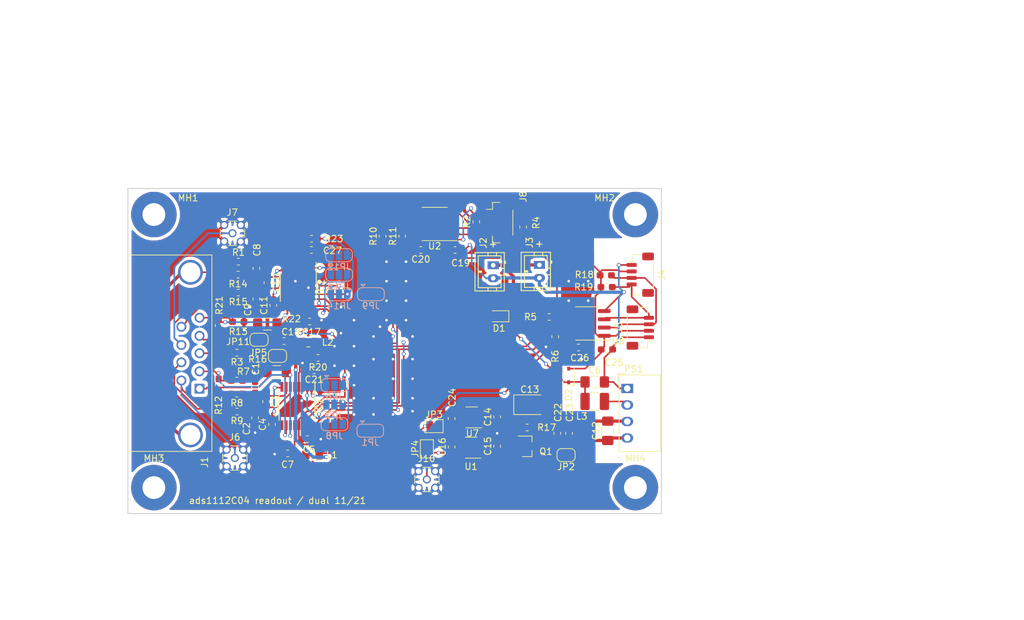
<source format=kicad_pcb>
(kicad_pcb (version 20171130) (host pcbnew "(5.1.5-0)")
  (layers (0 F.Cu signal) (31 B.Cu signal) (34 B.Paste user) (35 F.Paste user) (36 B.SilkS user) (37 F.SilkS user) (38 B.Mask user) (39 F.Mask user) (44 Edge.Cuts user))
  (net 0 "")
  (net 1 GND)
  (net 2 /Channel0/V+)
  (net 3 /Channel1/V+)
  (net 4 /Channel0/I+)
  (net 5 /Channel0/I-)
  (net 6 /Channel1/I+)
  (net 7 /Channel1/I-)
  (net 8 /Channel0/V-)
  (net 9 /Channel1/V-)
  (net 10 /Channel0/Vpower)
  (net 11 /Channel1/Vpower)
  (net 12 "Net-(J1-Pad0)")
  (net 13 "Net-(J1-Pad3)")
  (net 14 "Net-(MH1-Pad1)")
  (net 15 "Net-(MH2-Pad1)")
  (net 16 "Net-(MH3-Pad1)")
  (net 17 "Net-(MH4-Pad1)")
  (net 18 /analog)
  (net 19 "Net-(D1-Pad2)")
  (net 20 "Net-(U1-Pad4)")
  (net 21 GNDPWR)
  (net 22 /Sheet605654E7/i2c_power)
  (net 23 "Net-(C12-Pad1)")
  (net 24 "Net-(C13-Pad1)")
  (net 25 "Net-(C14-Pad1)")
  (net 26 "Net-(L3-Pad1)")
  (net 27 "Net-(U7-Pad4)")
  (net 28 VD)
  (net 29 VCC)
  (net 30 "Net-(C24-Pad1)")
  (net 31 "Net-(J4-Pad3)")
  (net 32 "Net-(J4-Pad4)")
  (net 33 "Net-(C1-Pad2)")
  (net 34 "Net-(C2-Pad1)")
  (net 35 "Net-(C4-Pad2)")
  (net 36 "Net-(C4-Pad1)")
  (net 37 "Net-(C10-Pad1)")
  (net 38 "Net-(C10-Pad2)")
  (net 39 "Net-(C11-Pad2)")
  (net 40 "Net-(C11-Pad1)")
  (net 41 /scl)
  (net 42 /sda)
  (net 43 /Sheet6128984A/gpio0)
  (net 44 /Sheet6128984A/gpio1)
  (net 45 "Net-(J8-Pad4)")
  (net 46 "Net-(J8-Pad3)")
  (net 47 "Net-(C21-Pad2)")
  (net 48 "Net-(C27-Pad2)")
  (net 49 /Channel0/AIN0)
  (net 50 /Channel0/A1)
  (net 51 /Channel0/A0)
  (net 52 /Channel1/AIN0)
  (net 53 /Channel1/A1)
  (net 54 /Channel1/A0)
  (module Jumper:SolderJumper-3_P1.3mm_Open_RoundedPad1.0x1.5mm (layer B.Cu) (at 130.35 91.25)
    (fp_text reference JP9 (at 0 1.8) (layer B.SilkS) (effects (justify mirror)))
    (fp_text value Jumper_3_Open)
    (pad 2 smd rect (at 0 0) (size 1 1.5) (layers B.Cu B.Mask) (net 53 /Channel1/A1))
    (pad 3 smd custom (at 1.3 0) (size 1 0.5) (layers B.Cu B.Mask) (net 42 /sda) (options (clearance outline) (anchor rect)) (primitives (gr_circle (center 0 -0.25) (end 0.5 -0.25) (width 0)) (gr_circle (center 0 0.25) (end 0.5 0.25) (width 0)) (gr_poly (pts (xy -0.55 0.75) (xy 0 0.75) (xy 0 -0.75) (xy -0.55 -0.75)) (width 0))))
    (pad 1 smd custom (at -1.3 0) (size 1 0.5) (layers B.Cu B.Mask) (net 41 /scl) (options (clearance outline) (anchor rect)) (primitives (gr_circle (center 0 -0.25) (end 0.5 -0.25) (width 0)) (gr_circle (center 0 0.25) (end 0.5 0.25) (width 0)) (gr_poly (pts (xy 0.55 0.75) (xy 0 0.75) (xy 0 -0.75) (xy 0.55 -0.75)) (width 0))))
  )
  (module Jumper:SolderJumper-3_P1.3mm_Open_RoundedPad1.0x1.5mm (layer B.Cu) (at 130.25 112.25)
    (fp_text reference JP1 (at 0 1.8) (layer B.SilkS) (effects (justify mirror)))
    (fp_text value Jumper_3_Open)
    (pad 2 smd rect (at 0 0) (size 1 1.5) (layers B.Cu B.Mask) (net 50 /Channel0/A1))
    (pad 3 smd custom (at 1.3 0) (size 1 0.5) (layers B.Cu B.Mask) (net 42 /sda) (options (clearance outline) (anchor rect)) (primitives (gr_circle (center 0 -0.25) (end 0.5 -0.25) (width 0)) (gr_circle (center 0 0.25) (end 0.5 0.25) (width 0)) (gr_poly (pts (xy -0.55 0.75) (xy 0 0.75) (xy 0 -0.75) (xy -0.55 -0.75)) (width 0))))
    (pad 1 smd custom (at -1.3 0) (size 1 0.5) (layers B.Cu B.Mask) (net 41 /scl) (options (clearance outline) (anchor rect)) (primitives (gr_circle (center 0 -0.25) (end 0.5 -0.25) (width 0)) (gr_circle (center 0 0.25) (end 0.5 0.25) (width 0)) (gr_poly (pts (xy 0.55 0.75) (xy 0 0.75) (xy 0 -0.75) (xy 0.55 -0.75)) (width 0))))
  )
  (module Resistor_SMD:R_0603_1608Metric_Pad1.05x0.95mm_HandSolder (layer F.Cu) (at 121.24 82.73 180)
    (fp_text reference R23 (at -3.425 0) (layer F.SilkS))
    (fp_text value 1K)
    (pad 2 smd roundrect (at 0.875 0 180) (size 1.05 0.95) (layers F.Cu F.Paste F.Mask) (net 48 "Net-(C27-Pad2)"))
    (pad 1 smd roundrect (at -0.875 0 180) (size 1.05 0.95) (layers F.Cu F.Paste F.Mask) (net 28 VD))
  )
  (module Resistor_SMD:R_1206_3216Metric_Pad1.42x1.75mm_HandSolder (layer F.Cu) (at 114.4375 95.85 180)
    (fp_text reference R22 (at -3.7125 0.8) (layer F.SilkS))
    (fp_text value 1M_0.1%)
    (pad 2 smd roundrect (at 1.4875 0 180) (size 1.425 1.75) (layers F.Cu F.Paste F.Mask) (roundrect_rratio 0.175439) (net 6 /Channel1/I+))
    (pad 1 smd roundrect (at -1.4875 0 180) (size 1.425 1.75) (layers F.Cu F.Paste F.Mask) (roundrect_rratio 0.175439) (net 52 /Channel1/AIN0))
  )
  (module Resistor_SMD:R_0603_1608Metric_Pad1.05x0.95mm_HandSolder (layer F.Cu) (at 106.95 96.05 90)
    (fp_text reference R21 (at 3.075 0.1 90) (layer F.SilkS))
    (fp_text value R)
    (pad 2 smd roundrect (at 0.875 0 90) (size 1.05 0.95) (layers F.Cu F.Paste F.Mask) (net 7 /Channel1/I-))
    (pad 1 smd roundrect (at -0.875 0 90) (size 1.05 0.95) (layers F.Cu F.Paste F.Mask) (net 6 /Channel1/I+))
  )
  (module Resistor_SMD:R_0603_1608Metric_Pad1.05x0.95mm_HandSolder (layer F.Cu) (at 122.225 101.05 180)
    (fp_text reference R20 (at 0 -1.43) (layer F.SilkS))
    (fp_text value 1K)
    (pad 2 smd roundrect (at 0.875 0 180) (size 1.05 0.95) (layers F.Cu F.Paste F.Mask) (net 47 "Net-(C21-Pad2)"))
    (pad 1 smd roundrect (at -0.875 0 180) (size 1.05 0.95) (layers F.Cu F.Paste F.Mask) (net 28 VD))
  )
  (module Resistor_SMD:R_1206_3216Metric_Pad1.42x1.75mm_HandSolder (layer F.Cu) (at 115.8625 103.15 180)
    (fp_text reference R16 (at 2.9125 1.9) (layer F.SilkS))
    (fp_text value 1M_0.1%)
    (pad 2 smd roundrect (at 1.4875 0 180) (size 1.425 1.75) (layers F.Cu F.Paste F.Mask) (roundrect_rratio 0.175439) (net 4 /Channel0/I+))
    (pad 1 smd roundrect (at -1.4875 0 180) (size 1.425 1.75) (layers F.Cu F.Paste F.Mask) (roundrect_rratio 0.175439) (net 49 /Channel0/AIN0))
  )
  (module Resistor_SMD:R_0603_1608Metric_Pad1.05x0.95mm_HandSolder (layer F.Cu) (at 106.95 105.15 90)
    (fp_text reference R12 (at -3.2 0 90) (layer F.SilkS))
    (fp_text value R)
    (pad 2 smd roundrect (at 0.875 0 90) (size 1.05 0.95) (layers F.Cu F.Paste F.Mask) (net 5 /Channel0/I-))
    (pad 1 smd roundrect (at -0.875 0 90) (size 1.05 0.95) (layers F.Cu F.Paste F.Mask) (net 4 /Channel0/I+))
  )
  (module Jumper:SolderJumper-3_P1.3mm_Open_RoundedPad1.0x1.5mm (layer B.Cu) (at 125.45 91.25)
    (fp_text reference JP14 (at 0 1.8) (layer B.SilkS) (effects (justify mirror)))
    (fp_text value Jumper_3_Open)
    (pad 2 smd rect (at 0 0) (size 1 1.5) (layers B.Cu B.Mask) (net 53 /Channel1/A1))
    (pad 3 smd custom (at 1.3 0) (size 1 0.5) (layers B.Cu B.Mask) (net 28 VD) (options (clearance outline) (anchor rect)) (primitives (gr_circle (center 0 -0.25) (end 0.5 -0.25) (width 0)) (gr_circle (center 0 0.25) (end 0.5 0.25) (width 0)) (gr_poly (pts (xy -0.55 0.75) (xy 0 0.75) (xy 0 -0.75) (xy -0.55 -0.75)) (width 0))))
    (pad 1 smd custom (at -1.3 0) (size 1 0.5) (layers B.Cu B.Mask) (net 1 GND) (options (clearance outline) (anchor rect)) (primitives (gr_circle (center 0 -0.25) (end 0.5 -0.25) (width 0)) (gr_circle (center 0 0.25) (end 0.5 0.25) (width 0)) (gr_poly (pts (xy 0.55 0.75) (xy 0 0.75) (xy 0 -0.75) (xy 0.55 -0.75)) (width 0))))
  )
  (module Jumper:SolderJumper-3_P1.3mm_Open_RoundedPad1.0x1.5mm (layer B.Cu) (at 125.45 88.25)
    (fp_text reference JP13 (at 0 1.8) (layer B.SilkS) (effects (justify mirror)))
    (fp_text value Jumper_3_Open)
    (pad 2 smd rect (at 0 0) (size 1 1.5) (layers B.Cu B.Mask) (net 54 /Channel1/A0))
    (pad 3 smd custom (at 1.3 0) (size 1 0.5) (layers B.Cu B.Mask) (net 42 /sda) (options (clearance outline) (anchor rect)) (primitives (gr_circle (center 0 -0.25) (end 0.5 -0.25) (width 0)) (gr_circle (center 0 0.25) (end 0.5 0.25) (width 0)) (gr_poly (pts (xy -0.55 0.75) (xy 0 0.75) (xy 0 -0.75) (xy -0.55 -0.75)) (width 0))))
    (pad 1 smd custom (at -1.3 0) (size 1 0.5) (layers B.Cu B.Mask) (net 41 /scl) (options (clearance outline) (anchor rect)) (primitives (gr_circle (center 0 -0.25) (end 0.5 -0.25) (width 0)) (gr_circle (center 0 0.25) (end 0.5 0.25) (width 0)) (gr_poly (pts (xy 0.55 0.75) (xy 0 0.75) (xy 0 -0.75) (xy 0.55 -0.75)) (width 0))))
  )
  (module Jumper:SolderJumper-3_P1.3mm_Open_RoundedPad1.0x1.5mm (layer B.Cu) (at 125.45 85.25)
    (fp_text reference JP12 (at 0 1.8) (layer B.SilkS) (effects (justify mirror)))
    (fp_text value Jumper_3_Open)
    (pad 2 smd rect (at 0 0) (size 1 1.5) (layers B.Cu B.Mask) (net 54 /Channel1/A0))
    (pad 3 smd custom (at 1.3 0) (size 1 0.5) (layers B.Cu B.Mask) (net 28 VD) (options (clearance outline) (anchor rect)) (primitives (gr_circle (center 0 -0.25) (end 0.5 -0.25) (width 0)) (gr_circle (center 0 0.25) (end 0.5 0.25) (width 0)) (gr_poly (pts (xy -0.55 0.75) (xy 0 0.75) (xy 0 -0.75) (xy -0.55 -0.75)) (width 0))))
    (pad 1 smd custom (at -1.3 0) (size 1 0.5) (layers B.Cu B.Mask) (net 1 GND) (options (clearance outline) (anchor rect)) (primitives (gr_circle (center 0 -0.25) (end 0.5 -0.25) (width 0)) (gr_circle (center 0 0.25) (end 0.5 0.25) (width 0)) (gr_poly (pts (xy 0.55 0.75) (xy 0 0.75) (xy 0 -0.75) (xy 0.55 -0.75)) (width 0))))
  )
  (module Jumper:SolderJumper-2_P1.3mm_Open_RoundedPad1.0x1.5mm (layer F.Cu) (at 113.15 98.25)
    (fp_text reference JP11 (at -3.2 0.3) (layer F.SilkS))
    (fp_text value Jumper)
    (pad 2 smd custom (at 0.65 0) (size 1 0.5) (layers F.Cu F.Mask) (net 52 /Channel1/AIN0) (options (clearance outline) (anchor rect)) (primitives (gr_circle (center 0 0.25) (end 0.5 0.25) (width 0)) (gr_circle (center 0 -0.25) (end 0.5 -0.25) (width 0)) (gr_poly (pts (xy 0 -0.75) (xy -0.5 -0.75) (xy -0.5 0.75) (xy 0 0.75)) (width 0))))
    (pad 1 smd custom (at -0.65 0) (size 1 0.5) (layers F.Cu F.Mask) (net 6 /Channel1/I+) (options (clearance outline) (anchor rect)) (primitives (gr_circle (center 0 0.25) (end 0.5 0.25) (width 0)) (gr_circle (center 0 -0.25) (end 0.5 -0.25) (width 0)) (gr_poly (pts (xy 0 -0.75) (xy 0.5 -0.75) (xy 0.5 0.75) (xy 0 0.75)) (width 0))))
  )
  (module Jumper:SolderJumper-3_P1.3mm_Open_RoundedPad1.0x1.5mm (layer B.Cu) (at 124.75 111.25)
    (fp_text reference JP8 (at 0 1.8) (layer B.SilkS) (effects (justify mirror)))
    (fp_text value Jumper_3_Open)
    (pad 2 smd rect (at 0 0) (size 1 1.5) (layers B.Cu B.Mask) (net 50 /Channel0/A1))
    (pad 3 smd custom (at 1.3 0) (size 1 0.5) (layers B.Cu B.Mask) (net 28 VD) (options (clearance outline) (anchor rect)) (primitives (gr_circle (center 0 -0.25) (end 0.5 -0.25) (width 0)) (gr_circle (center 0 0.25) (end 0.5 0.25) (width 0)) (gr_poly (pts (xy -0.55 0.75) (xy 0 0.75) (xy 0 -0.75) (xy -0.55 -0.75)) (width 0))))
    (pad 1 smd custom (at -1.3 0) (size 1 0.5) (layers B.Cu B.Mask) (net 1 GND) (options (clearance outline) (anchor rect)) (primitives (gr_circle (center 0 -0.25) (end 0.5 -0.25) (width 0)) (gr_circle (center 0 0.25) (end 0.5 0.25) (width 0)) (gr_poly (pts (xy 0.55 0.75) (xy 0 0.75) (xy 0 -0.75) (xy 0.55 -0.75)) (width 0))))
  )
  (module Jumper:SolderJumper-3_P1.3mm_Open_RoundedPad1.0x1.5mm (layer B.Cu) (at 124.75 108.25)
    (fp_text reference JP7 (at 0 1.8) (layer B.SilkS) (effects (justify mirror)))
    (fp_text value Jumper_3_Open)
    (pad 2 smd rect (at 0 0) (size 1 1.5) (layers B.Cu B.Mask) (net 51 /Channel0/A0))
    (pad 3 smd custom (at 1.3 0) (size 1 0.5) (layers B.Cu B.Mask) (net 42 /sda) (options (clearance outline) (anchor rect)) (primitives (gr_circle (center 0 -0.25) (end 0.5 -0.25) (width 0)) (gr_circle (center 0 0.25) (end 0.5 0.25) (width 0)) (gr_poly (pts (xy -0.55 0.75) (xy 0 0.75) (xy 0 -0.75) (xy -0.55 -0.75)) (width 0))))
    (pad 1 smd custom (at -1.3 0) (size 1 0.5) (layers B.Cu B.Mask) (net 41 /scl) (options (clearance outline) (anchor rect)) (primitives (gr_circle (center 0 -0.25) (end 0.5 -0.25) (width 0)) (gr_circle (center 0 0.25) (end 0.5 0.25) (width 0)) (gr_poly (pts (xy 0.55 0.75) (xy 0 0.75) (xy 0 -0.75) (xy 0.55 -0.75)) (width 0))))
  )
  (module Jumper:SolderJumper-3_P1.3mm_Open_RoundedPad1.0x1.5mm (layer B.Cu) (at 124.75 105.25)
    (fp_text reference JP6 (at 0 1.8) (layer B.SilkS) (effects (justify mirror)))
    (fp_text value Jumper_3_Open)
    (pad 2 smd rect (at 0 0) (size 1 1.5) (layers B.Cu B.Mask) (net 51 /Channel0/A0))
    (pad 3 smd custom (at 1.3 0) (size 1 0.5) (layers B.Cu B.Mask) (net 28 VD) (options (clearance outline) (anchor rect)) (primitives (gr_circle (center 0 -0.25) (end 0.5 -0.25) (width 0)) (gr_circle (center 0 0.25) (end 0.5 0.25) (width 0)) (gr_poly (pts (xy -0.55 0.75) (xy 0 0.75) (xy 0 -0.75) (xy -0.55 -0.75)) (width 0))))
    (pad 1 smd custom (at -1.3 0) (size 1 0.5) (layers B.Cu B.Mask) (net 1 GND) (options (clearance outline) (anchor rect)) (primitives (gr_circle (center 0 -0.25) (end 0.5 -0.25) (width 0)) (gr_circle (center 0 0.25) (end 0.5 0.25) (width 0)) (gr_poly (pts (xy 0.55 0.75) (xy 0 0.75) (xy 0 -0.75) (xy 0.55 -0.75)) (width 0))))
  )
  (module Jumper:SolderJumper-2_P1.3mm_Open_RoundedPad1.0x1.5mm (layer F.Cu) (at 116 100.75)
    (fp_text reference JP5 (at -2.95 -0.5) (layer F.SilkS))
    (fp_text value Jumper)
    (pad 2 smd custom (at 0.65 0) (size 1 0.5) (layers F.Cu F.Mask) (net 49 /Channel0/AIN0) (options (clearance outline) (anchor rect)) (primitives (gr_circle (center 0 0.25) (end 0.5 0.25) (width 0)) (gr_circle (center 0 -0.25) (end 0.5 -0.25) (width 0)) (gr_poly (pts (xy 0 -0.75) (xy -0.5 -0.75) (xy -0.5 0.75) (xy 0 0.75)) (width 0))))
    (pad 1 smd custom (at -0.65 0) (size 1 0.5) (layers F.Cu F.Mask) (net 4 /Channel0/I+) (options (clearance outline) (anchor rect)) (primitives (gr_circle (center 0 0.25) (end 0.5 0.25) (width 0)) (gr_circle (center 0 -0.25) (end 0.5 -0.25) (width 0)) (gr_poly (pts (xy 0 -0.75) (xy 0.5 -0.75) (xy 0.5 0.75) (xy 0 0.75)) (width 0))))
  )
  (module Capacitor_SMD:C_0603_1608Metric_Pad1.05x0.95mm_HandSolder (layer F.Cu) (at 121.225 84.45 180)
    (fp_text reference C27 (at -3.225 -0.1) (layer F.SilkS))
    (fp_text value 100nF)
    (pad 2 smd roundrect (at 0.875 0 180) (size 1.05 0.95) (layers F.Cu F.Paste F.Mask) (net 48 "Net-(C27-Pad2)"))
    (pad 1 smd roundrect (at -0.875 0 180) (size 1.05 0.95) (layers F.Cu F.Paste F.Mask) (net 1 GND))
  )
  (module Capacitor_SMD:C_0603_1608Metric_Pad1.05x0.95mm_HandSolder (layer F.Cu) (at 121.625 102.95 180)
    (fp_text reference C21 (at 0 -1.43) (layer F.SilkS))
    (fp_text value 100nF)
    (pad 2 smd roundrect (at 0.875 0 180) (size 1.05 0.95) (layers F.Cu F.Paste F.Mask) (net 47 "Net-(C21-Pad2)"))
    (pad 1 smd roundrect (at -0.875 0 180) (size 1.05 0.95) (layers F.Cu F.Paste F.Mask) (net 1 GND))
  )
  (module Resistor_SMD:R_0603_1608Metric_Pad1.05x0.95mm_HandSolder (layer F.Cu) (at 109.775 100.25 180)
    (fp_text reference R3 (at 0 -1.43) (layer F.SilkS))
    (fp_text value dnf)
    (pad 2 smd roundrect (at 0.875 0 180) (size 1.05 0.95) (layers F.Cu F.Paste F.Mask) (net 13 "Net-(J1-Pad3)"))
    (pad 1 smd roundrect (at -0.875 0 180) (size 1.05 0.95) (layers F.Cu F.Paste F.Mask) (net 1 GND))
  )
  (module Package_SO:SOIC-8_3.9x4.9mm_P1.27mm (layer F.Cu) (at 140.15 80.45 180)
    (fp_text reference U2 (at 0 -3.4) (layer F.SilkS))
    (fp_text value ADUM1250)
    (pad 8 smd roundrect (at 2.475 -1.905 180) (size 1.95 0.6) (layers F.Cu F.Paste F.Mask) (net 28 VD))
    (pad 7 smd roundrect (at 2.475 -0.635 180) (size 1.95 0.6) (layers F.Cu F.Paste F.Mask) (net 44 /Sheet6128984A/gpio1))
    (pad 6 smd roundrect (at 2.475 0.635 180) (size 1.95 0.6) (layers F.Cu F.Paste F.Mask) (net 43 /Sheet6128984A/gpio0))
    (pad 5 smd roundrect (at 2.475 1.905 180) (size 1.95 0.6) (layers F.Cu F.Paste F.Mask) (net 1 GND))
    (pad 4 smd roundrect (at -2.475 1.905 180) (size 1.95 0.6) (layers F.Cu F.Paste F.Mask) (net 21 GNDPWR))
    (pad 3 smd roundrect (at -2.475 0.635 180) (size 1.95 0.6) (layers F.Cu F.Paste F.Mask) (net 45 "Net-(J8-Pad4)"))
    (pad 2 smd roundrect (at -2.475 -0.635 180) (size 1.95 0.6) (layers F.Cu F.Paste F.Mask) (net 46 "Net-(J8-Pad3)"))
    (pad 1 smd roundrect (at -2.475 -1.905 180) (size 1.95 0.6) (layers F.Cu F.Paste F.Mask) (net 29 VCC))
  )
  (module Resistor_SMD:R_0603_1608Metric_Pad1.05x0.95mm_HandSolder (layer F.Cu) (at 135.15 82.325 90)
    (fp_text reference R11 (at 0 -1.43 90) (layer F.SilkS))
    (fp_text value 4.7K)
    (pad 2 smd roundrect (at 0.875 0 90) (size 1.05 0.95) (layers F.Cu F.Paste F.Mask) (net 44 /Sheet6128984A/gpio1))
    (pad 1 smd roundrect (at -0.875 0 90) (size 1.05 0.95) (layers F.Cu F.Paste F.Mask) (net 28 VD))
  )
  (module Resistor_SMD:R_0603_1608Metric_Pad1.05x0.95mm_HandSolder (layer F.Cu) (at 132.15 82.325 90)
    (fp_text reference R10 (at 0 -1.43 90) (layer F.SilkS))
    (fp_text value 4.7K)
    (pad 2 smd roundrect (at 0.875 0 90) (size 1.05 0.95) (layers F.Cu F.Paste F.Mask) (net 43 /Sheet6128984A/gpio0))
    (pad 1 smd roundrect (at -0.875 0 90) (size 1.05 0.95) (layers F.Cu F.Paste F.Mask) (net 28 VD))
  )
  (module Resistor_SMD:R_0603_1608Metric_Pad1.05x0.95mm_HandSolder (layer F.Cu) (at 153.75 80.925 90)
    (fp_text reference R4 (at 0.675 2 90) (layer F.SilkS))
    (fp_text value 4.7K)
    (pad 2 smd roundrect (at 0.875 0 90) (size 1.05 0.95) (layers F.Cu F.Paste F.Mask) (net 29 VCC))
    (pad 1 smd roundrect (at -0.875 0 90) (size 1.05 0.95) (layers F.Cu F.Paste F.Mask) (net 45 "Net-(J8-Pad4)"))
  )
  (module Resistor_SMD:R_0603_1608Metric_Pad1.05x0.95mm_HandSolder (layer F.Cu) (at 146.55 80.125 90)
    (fp_text reference R2 (at 0 -1.43 90) (layer F.SilkS))
    (fp_text value 4.7K)
    (pad 2 smd roundrect (at 0.875 0 90) (size 1.05 0.95) (layers F.Cu F.Paste F.Mask) (net 29 VCC))
    (pad 1 smd roundrect (at -0.875 0 90) (size 1.05 0.95) (layers F.Cu F.Paste F.Mask) (net 46 "Net-(J8-Pad3)"))
  )
  (module Connector_JST:JST_SH_BM04B-SRSS-TB_1x04-1MP_P1.00mm_Vertical (layer F.Cu) (at 150.15 80.25 270)
    (fp_text reference J8 (at -4 -3.6 90) (layer F.SilkS))
    (fp_text value A1001WV-S-04P)
    (pad MP smd roundrect (at 2.8 -1.2 270) (size 1.2 1.8) (layers F.Cu F.Paste F.Mask) (roundrect_rratio 0.208333))
    (pad MP smd roundrect (at -2.8 -1.2 270) (size 1.2 1.8) (layers F.Cu F.Paste F.Mask) (roundrect_rratio 0.208333))
    (pad 4 smd roundrect (at 1.5 1.325 270) (size 0.6 1.55) (layers F.Cu F.Paste F.Mask) (net 45 "Net-(J8-Pad4)"))
    (pad 3 smd roundrect (at 0.5 1.325 270) (size 0.6 1.55) (layers F.Cu F.Paste F.Mask) (net 46 "Net-(J8-Pad3)"))
    (pad 2 smd roundrect (at -0.5 1.325 270) (size 0.6 1.55) (layers F.Cu F.Paste F.Mask) (net 29 VCC))
    (pad 1 smd roundrect (at -1.5 1.325 270) (size 0.6 1.55) (layers F.Cu F.Paste F.Mask) (net 21 GNDPWR))
  )
  (module Package_SO:TSSOP-16_4.4x5mm_P0.65mm (layer F.Cu) (at 119.15 90.15 270)
    (fp_text reference IC2 (at 0 -3.55 90) (layer F.SilkS))
    (fp_text value ADS112C04IPWR)
    (pad 16 smd rect (at 2.95 -2.275 270) (size 1.5 0.45) (layers F.Cu F.Paste F.Mask) (net 41 /scl))
    (pad 15 smd rect (at 2.95 -1.625 270) (size 1.5 0.45) (layers F.Cu F.Paste F.Mask) (net 42 /sda))
    (pad 14 smd rect (at 2.95 -0.975 270) (size 1.5 0.45) (layers F.Cu F.Paste F.Mask) (net 44 /Sheet6128984A/gpio1))
    (pad 13 smd rect (at 2.95 -0.325 270) (size 1.5 0.45) (layers F.Cu F.Paste F.Mask) (net 28 VD))
    (pad 12 smd rect (at 2.95 0.325 270) (size 1.5 0.45) (layers F.Cu F.Paste F.Mask) (net 11 /Channel1/Vpower))
    (pad 11 smd rect (at 2.95 0.975 270) (size 1.5 0.45) (layers F.Cu F.Paste F.Mask) (net 52 /Channel1/AIN0))
    (pad 10 smd rect (at 2.95 1.625 270) (size 1.5 0.45) (layers F.Cu F.Paste F.Mask) (net 7 /Channel1/I-))
    (pad 9 smd rect (at 2.95 2.275 270) (size 1.5 0.45) (layers F.Cu F.Paste F.Mask) (net 40 "Net-(C11-Pad1)"))
    (pad 8 smd rect (at -2.95 2.275 270) (size 1.5 0.45) (layers F.Cu F.Paste F.Mask) (net 39 "Net-(C11-Pad2)"))
    (pad 7 smd rect (at -2.95 1.625 270) (size 1.5 0.45) (layers F.Cu F.Paste F.Mask) (net 37 "Net-(C10-Pad1)"))
    (pad 6 smd rect (at -2.95 0.975 270) (size 1.5 0.45) (layers F.Cu F.Paste F.Mask) (net 38 "Net-(C10-Pad2)"))
    (pad 5 smd rect (at -2.95 0.325 270) (size 1.5 0.45) (layers F.Cu F.Paste F.Mask) (net 1 GND))
    (pad 4 smd rect (at -2.95 -0.325 270) (size 1.5 0.45) (layers F.Cu F.Paste F.Mask) (net 1 GND))
    (pad 3 smd rect (at -2.95 -0.975 270) (size 1.5 0.45) (layers F.Cu F.Paste F.Mask) (net 48 "Net-(C27-Pad2)"))
    (pad 2 smd rect (at -2.95 -1.625 270) (size 1.5 0.45) (layers F.Cu F.Paste F.Mask) (net 53 /Channel1/A1))
    (pad 1 smd rect (at -2.95 -2.275 270) (size 1.5 0.45) (layers F.Cu F.Paste F.Mask) (net 54 /Channel1/A0))
  )
  (module Package_SO:TSSOP-16_4.4x5mm_P0.65mm (layer F.Cu) (at 118.95 108.45 270)
    (fp_text reference IC1 (at 0 -3.55 90) (layer F.SilkS))
    (fp_text value ADS112C04IPWR)
    (pad 16 smd rect (at 2.95 -2.275 270) (size 1.5 0.45) (layers F.Cu F.Paste F.Mask) (net 41 /scl))
    (pad 15 smd rect (at 2.95 -1.625 270) (size 1.5 0.45) (layers F.Cu F.Paste F.Mask) (net 42 /sda))
    (pad 14 smd rect (at 2.95 -0.975 270) (size 1.5 0.45) (layers F.Cu F.Paste F.Mask) (net 43 /Sheet6128984A/gpio0))
    (pad 13 smd rect (at 2.95 -0.325 270) (size 1.5 0.45) (layers F.Cu F.Paste F.Mask) (net 28 VD))
    (pad 12 smd rect (at 2.95 0.325 270) (size 1.5 0.45) (layers F.Cu F.Paste F.Mask) (net 10 /Channel0/Vpower))
    (pad 11 smd rect (at 2.95 0.975 270) (size 1.5 0.45) (layers F.Cu F.Paste F.Mask) (net 49 /Channel0/AIN0))
    (pad 10 smd rect (at 2.95 1.625 270) (size 1.5 0.45) (layers F.Cu F.Paste F.Mask) (net 5 /Channel0/I-))
    (pad 9 smd rect (at 2.95 2.275 270) (size 1.5 0.45) (layers F.Cu F.Paste F.Mask) (net 36 "Net-(C4-Pad1)"))
    (pad 8 smd rect (at -2.95 2.275 270) (size 1.5 0.45) (layers F.Cu F.Paste F.Mask) (net 35 "Net-(C4-Pad2)"))
    (pad 7 smd rect (at -2.95 1.625 270) (size 1.5 0.45) (layers F.Cu F.Paste F.Mask) (net 33 "Net-(C1-Pad2)"))
    (pad 6 smd rect (at -2.95 0.975 270) (size 1.5 0.45) (layers F.Cu F.Paste F.Mask) (net 34 "Net-(C2-Pad1)"))
    (pad 5 smd rect (at -2.95 0.325 270) (size 1.5 0.45) (layers F.Cu F.Paste F.Mask) (net 1 GND))
    (pad 4 smd rect (at -2.95 -0.325 270) (size 1.5 0.45) (layers F.Cu F.Paste F.Mask) (net 1 GND))
    (pad 3 smd rect (at -2.95 -0.975 270) (size 1.5 0.45) (layers F.Cu F.Paste F.Mask) (net 47 "Net-(C21-Pad2)"))
    (pad 2 smd rect (at -2.95 -1.625 270) (size 1.5 0.45) (layers F.Cu F.Paste F.Mask) (net 50 /Channel0/A1))
    (pad 1 smd rect (at -2.95 -2.275 270) (size 1.5 0.45) (layers F.Cu F.Paste F.Mask) (net 51 /Channel0/A0))
  )
  (module Capacitor_SMD:C_0603_1608Metric_Pad1.05x0.95mm_HandSolder (layer F.Cu) (at 138.025 84.45 180)
    (fp_text reference C20 (at 0 -1.43) (layer F.SilkS))
    (fp_text value 100nF)
    (pad 2 smd roundrect (at 0.875 0 180) (size 1.05 0.95) (layers F.Cu F.Paste F.Mask) (net 28 VD))
    (pad 1 smd roundrect (at -0.875 0 180) (size 1.05 0.95) (layers F.Cu F.Paste F.Mask) (net 1 GND))
  )
  (module Capacitor_SMD:C_0603_1608Metric_Pad1.05x0.95mm_HandSolder (layer F.Cu) (at 143.275 84.45)
    (fp_text reference C19 (at 0.875 2) (layer F.SilkS))
    (fp_text value 100nF)
    (pad 2 smd roundrect (at 0.875 0) (size 1.05 0.95) (layers F.Cu F.Paste F.Mask) (net 21 GNDPWR))
    (pad 1 smd roundrect (at -0.875 0) (size 1.05 0.95) (layers F.Cu F.Paste F.Mask) (net 29 VCC))
  )
  (module Capacitor_SMD:C_0603_1608Metric_Pad1.05x0.95mm_HandSolder (layer F.Cu) (at 117 98.45)
    (fp_text reference C18 (at 1.05 -1.4) (layer F.SilkS))
    (fp_text value 100nF)
    (pad 2 smd roundrect (at 0.875 0) (size 1.05 0.95) (layers F.Cu F.Paste F.Mask) (net 11 /Channel1/Vpower))
    (pad 1 smd roundrect (at -0.875 0) (size 1.05 0.95) (layers F.Cu F.Paste F.Mask) (net 1 GND))
  )
  (module Capacitor_SMD:C_0603_1608Metric_Pad1.05x0.95mm_HandSolder (layer F.Cu) (at 120.925 95.45)
    (fp_text reference C17 (at 0.275 1.6) (layer F.SilkS))
    (fp_text value 100nF)
    (pad 2 smd roundrect (at 0.875 0) (size 1.05 0.95) (layers F.Cu F.Paste F.Mask) (net 1 GND))
    (pad 1 smd roundrect (at -0.875 0) (size 1.05 0.95) (layers F.Cu F.Paste F.Mask) (net 28 VD))
  )
  (module Capacitor_SMD:C_0603_1608Metric_Pad1.05x0.95mm_HandSolder (layer F.Cu) (at 115.35 92.975 90)
    (fp_text reference C11 (at 0 -1.43 90) (layer F.SilkS))
    (fp_text value 100nF)
    (pad 2 smd roundrect (at 0.875 0 90) (size 1.05 0.95) (layers F.Cu F.Paste F.Mask) (net 39 "Net-(C11-Pad2)"))
    (pad 1 smd roundrect (at -0.875 0 90) (size 1.05 0.95) (layers F.Cu F.Paste F.Mask) (net 40 "Net-(C11-Pad1)"))
  )
  (module Capacitor_SMD:C_0603_1608Metric_Pad1.05x0.95mm_HandSolder (layer F.Cu) (at 114.45 89.475 270)
    (fp_text reference C10 (at 0 -1.43 90) (layer F.SilkS))
    (fp_text value 1uF)
    (pad 2 smd roundrect (at 0.875 0 270) (size 1.05 0.95) (layers F.Cu F.Paste F.Mask) (net 38 "Net-(C10-Pad2)"))
    (pad 1 smd roundrect (at -0.875 0 270) (size 1.05 0.95) (layers F.Cu F.Paste F.Mask) (net 37 "Net-(C10-Pad1)"))
  )
  (module Capacitor_SMD:C_0603_1608Metric_Pad1.05x0.95mm_HandSolder (layer F.Cu) (at 112.75 91.975 270)
    (fp_text reference C9 (at 1.675 1.3 90) (layer F.SilkS))
    (fp_text value 100nF)
    (pad 2 smd roundrect (at 0.875 0 270) (size 1.05 0.95) (layers F.Cu F.Paste F.Mask) (net 1 GND))
    (pad 1 smd roundrect (at -0.875 0 270) (size 1.05 0.95) (layers F.Cu F.Paste F.Mask) (net 38 "Net-(C10-Pad2)"))
  )
  (module Capacitor_SMD:C_0603_1608Metric_Pad1.05x0.95mm_HandSolder (layer F.Cu) (at 112.75 87.275 270)
    (fp_text reference C8 (at -2.825 -0.1 90) (layer F.SilkS))
    (fp_text value 100nF)
    (pad 2 smd roundrect (at 0.875 0 270) (size 1.05 0.95) (layers F.Cu F.Paste F.Mask) (net 37 "Net-(C10-Pad1)"))
    (pad 1 smd roundrect (at -0.875 0 270) (size 1.05 0.95) (layers F.Cu F.Paste F.Mask) (net 1 GND))
  )
  (module Capacitor_SMD:C_0603_1608Metric_Pad1.05x0.95mm_HandSolder (layer F.Cu) (at 117.575 115.75)
    (fp_text reference C7 (at -0.025 1.7) (layer F.SilkS))
    (fp_text value 100nF)
    (pad 2 smd roundrect (at 0.875 0) (size 1.05 0.95) (layers F.Cu F.Paste F.Mask) (net 10 /Channel0/Vpower))
    (pad 1 smd roundrect (at -0.875 0) (size 1.05 0.95) (layers F.Cu F.Paste F.Mask) (net 1 GND))
  )
  (module Capacitor_SMD:C_0603_1608Metric_Pad1.05x0.95mm_HandSolder (layer F.Cu) (at 120.575 113.55)
    (fp_text reference C5 (at 0.275 1.6) (layer F.SilkS))
    (fp_text value 100nF)
    (pad 2 smd roundrect (at 0.875 0) (size 1.05 0.95) (layers F.Cu F.Paste F.Mask) (net 1 GND))
    (pad 1 smd roundrect (at -0.875 0) (size 1.05 0.95) (layers F.Cu F.Paste F.Mask) (net 28 VD))
  )
  (module Capacitor_SMD:C_0603_1608Metric_Pad1.05x0.95mm_HandSolder (layer F.Cu) (at 115.15 111.275 90)
    (fp_text reference C4 (at 0 -1.43 90) (layer F.SilkS))
    (fp_text value 100nF)
    (pad 2 smd roundrect (at 0.875 0 90) (size 1.05 0.95) (layers F.Cu F.Paste F.Mask) (net 35 "Net-(C4-Pad2)"))
    (pad 1 smd roundrect (at -0.875 0 90) (size 1.05 0.95) (layers F.Cu F.Paste F.Mask) (net 36 "Net-(C4-Pad1)"))
  )
  (module Capacitor_SMD:C_0603_1608Metric_Pad1.05x0.95mm_HandSolder (layer F.Cu) (at 114.25 107.775 270)
    (fp_text reference C3 (at 0 -1.43 90) (layer F.SilkS))
    (fp_text value 1uF)
    (pad 2 smd roundrect (at 0.875 0 270) (size 1.05 0.95) (layers F.Cu F.Paste F.Mask) (net 34 "Net-(C2-Pad1)"))
    (pad 1 smd roundrect (at -0.875 0 270) (size 1.05 0.95) (layers F.Cu F.Paste F.Mask) (net 33 "Net-(C1-Pad2)"))
  )
  (module Capacitor_SMD:C_0603_1608Metric_Pad1.05x0.95mm_HandSolder (layer F.Cu) (at 112.55 110.275 270)
    (fp_text reference C2 (at 1.675 1.3 90) (layer F.SilkS))
    (fp_text value 100nF)
    (pad 2 smd roundrect (at 0.875 0 270) (size 1.05 0.95) (layers F.Cu F.Paste F.Mask) (net 1 GND))
    (pad 1 smd roundrect (at -0.875 0 270) (size 1.05 0.95) (layers F.Cu F.Paste F.Mask) (net 34 "Net-(C2-Pad1)"))
  )
  (module Capacitor_SMD:C_0603_1608Metric_Pad1.05x0.95mm_HandSolder (layer F.Cu) (at 112.55 105.575 270)
    (fp_text reference C1 (at -2.825 -0.1 90) (layer F.SilkS))
    (fp_text value 100nF)
    (pad 2 smd roundrect (at 0.875 0 270) (size 1.05 0.95) (layers F.Cu F.Paste F.Mask) (net 33 "Net-(C1-Pad2)"))
    (pad 1 smd roundrect (at -0.875 0 270) (size 1.05 0.95) (layers F.Cu F.Paste F.Mask) (net 1 GND))
  )
  (module Capacitor_Tantalum_SMD:CP_EIA-3528-12_Kemet-T (layer F.Cu) (at 154.7625 108.25)
    (fp_text reference C13 (at 0 -2.35) (layer F.SilkS))
    (fp_text value 100uF)
    (pad 2 smd roundrect (at 1.5375 0) (size 1.325 2.35) (layers F.Cu F.Paste F.Mask) (roundrect_rratio 0.188679) (net 1 GND))
    (pad 1 smd roundrect (at -1.5375 0) (size 1.325 2.35) (layers F.Cu F.Paste F.Mask) (roundrect_rratio 0.188679) (net 24 "Net-(C13-Pad1)"))
  )
  (module 0my_footprints:MMCX_JLC (layer F.Cu) (at 138.95 119.75)
    (fp_text reference J10 (at -0.04 -3.2) (layer F.SilkS))
    (fp_text value MMCX)
    (pad 2 thru_hole circle (at -1.27 1.27) (size 1.24 1.24) (drill 0.84) (layers *.Cu *.Mask) (net 1 GND))
    (pad 2 thru_hole circle (at 1.27 -1.27) (size 1.24 1.24) (drill 0.84) (layers *.Cu *.Mask) (net 1 GND))
    (pad 2 thru_hole circle (at 1.27 1.27) (size 1.24 1.24) (drill 0.84) (layers *.Cu *.Mask) (net 1 GND))
    (pad 2 thru_hole circle (at -1.27 -1.27) (size 1.24 1.24) (drill 0.84) (layers *.Cu *.Mask) (net 1 GND))
    (pad 1 thru_hole circle (at 0 0) (size 1.24 1.24) (drill 0.84) (layers *.Cu *.Mask) (net 18 /analog))
  )
  (module Resistor_SMD:R_0603_1608Metric_Pad1.05x0.95mm_HandSolder (layer F.Cu) (at 166.575 90.15 180)
    (fp_text reference R19 (at 3.525 0) (layer F.SilkS))
    (fp_text value 4.7K)
    (pad 2 smd roundrect (at 0.875 0 180) (size 1.05 0.95) (layers F.Cu F.Paste F.Mask) (net 29 VCC))
    (pad 1 smd roundrect (at -0.875 0 180) (size 1.05 0.95) (layers F.Cu F.Paste F.Mask) (net 32 "Net-(J4-Pad4)"))
  )
  (module Resistor_SMD:R_0603_1608Metric_Pad1.05x0.95mm_HandSolder (layer F.Cu) (at 166.45 88.35 180)
    (fp_text reference R18 (at 3.3 0.1) (layer F.SilkS))
    (fp_text value 4.7K)
    (pad 2 smd roundrect (at 0.875 0 180) (size 1.05 0.95) (layers F.Cu F.Paste F.Mask) (net 29 VCC))
    (pad 1 smd roundrect (at -0.875 0 180) (size 1.05 0.95) (layers F.Cu F.Paste F.Mask) (net 31 "Net-(J4-Pad3)"))
  )
  (module Jumper:SolderJumper-2_P1.3mm_Open_Pad1.0x1.5mm (layer F.Cu) (at 138.95 115.05 90)
    (fp_text reference JP4 (at 0 -1.8 90) (layer F.SilkS))
    (fp_text value Jumper_NO_Small)
    (pad 1 smd rect (at -0.65 0 90) (size 1 1.5) (layers F.Cu F.Mask) (net 18 /analog))
    (pad 2 smd rect (at 0.65 0 90) (size 1 1.5) (layers F.Cu F.Mask) (net 28 VD))
  )
  (module Jumper:SolderJumper-2_P1.3mm_Open_Pad1.0x1.5mm (layer F.Cu) (at 140.05 111.55)
    (fp_text reference JP3 (at 0 -1.8) (layer F.SilkS))
    (fp_text value Jumper_NO_Small)
    (pad 1 smd rect (at -0.65 0) (size 1 1.5) (layers F.Cu F.Mask) (net 28 VD))
    (pad 2 smd rect (at 0.65 0) (size 1 1.5) (layers F.Cu F.Mask) (net 30 "Net-(C24-Pad1)"))
  )
  (module 0my_footprints:MMCX_JLC (layer F.Cu) (at 109.08 81.88)
    (fp_text reference J7 (at -0.04 -3.2) (layer F.SilkS))
    (fp_text value MMCX)
    (pad 2 thru_hole circle (at -1.27 1.27) (size 1.24 1.24) (drill 0.84) (layers *.Cu *.Mask) (net 1 GND))
    (pad 2 thru_hole circle (at 1.27 -1.27) (size 1.24 1.24) (drill 0.84) (layers *.Cu *.Mask) (net 1 GND))
    (pad 2 thru_hole circle (at 1.27 1.27) (size 1.24 1.24) (drill 0.84) (layers *.Cu *.Mask) (net 1 GND))
    (pad 2 thru_hole circle (at -1.27 -1.27) (size 1.24 1.24) (drill 0.84) (layers *.Cu *.Mask) (net 1 GND))
    (pad 1 thru_hole circle (at 0 0) (size 1.24 1.24) (drill 0.84) (layers *.Cu *.Mask) (net 3 /Channel1/V+))
  )
  (module 0my_footprints:MMCX_JLC (layer F.Cu) (at 109.45 116.45)
    (fp_text reference J6 (at -0.04 -3.2) (layer F.SilkS))
    (fp_text value MMCX)
    (pad 2 thru_hole circle (at -1.27 1.27) (size 1.24 1.24) (drill 0.84) (layers *.Cu *.Mask) (net 1 GND))
    (pad 2 thru_hole circle (at 1.27 -1.27) (size 1.24 1.24) (drill 0.84) (layers *.Cu *.Mask) (net 1 GND))
    (pad 2 thru_hole circle (at 1.27 1.27) (size 1.24 1.24) (drill 0.84) (layers *.Cu *.Mask) (net 1 GND))
    (pad 2 thru_hole circle (at -1.27 -1.27) (size 1.24 1.24) (drill 0.84) (layers *.Cu *.Mask) (net 1 GND))
    (pad 1 thru_hole circle (at 0 0) (size 1.24 1.24) (drill 0.84) (layers *.Cu *.Mask) (net 2 /Channel0/V+))
  )
  (module Capacitor_SMD:C_0603_1608Metric_Pad1.05x0.95mm_HandSolder (layer F.Cu) (at 162.25 99.45 180)
    (fp_text reference C26 (at -0.2 -1.6) (layer F.SilkS))
    (fp_text value 100nF)
    (pad 2 smd roundrect (at 0.875 0 180) (size 1.05 0.95) (layers F.Cu F.Paste F.Mask) (net 28 VD))
    (pad 1 smd roundrect (at -0.875 0 180) (size 1.05 0.95) (layers F.Cu F.Paste F.Mask) (net 1 GND))
  )
  (module Capacitor_SMD:C_0603_1608Metric_Pad1.05x0.95mm_HandSolder (layer F.Cu) (at 166.625 99.75)
    (fp_text reference C25 (at 1.125 2) (layer F.SilkS))
    (fp_text value 100nF)
    (pad 2 smd roundrect (at 0.875 0) (size 1.05 0.95) (layers F.Cu F.Paste F.Mask) (net 21 GNDPWR))
    (pad 1 smd roundrect (at -0.875 0) (size 1.05 0.95) (layers F.Cu F.Paste F.Mask) (net 29 VCC))
  )
  (module Package_SO:SOIC-8_3.9x4.9mm_P1.27mm (layer F.Cu) (at 163.75 95.75 180)
    (fp_text reference U8 (at -4.6 -2.7) (layer F.SilkS))
    (fp_text value ISO1541)
    (pad 8 smd roundrect (at 2.475 -1.905 180) (size 1.95 0.6) (layers F.Cu F.Paste F.Mask) (net 28 VD))
    (pad 7 smd roundrect (at 2.475 -0.635 180) (size 1.95 0.6) (layers F.Cu F.Paste F.Mask) (net 42 /sda))
    (pad 6 smd roundrect (at 2.475 0.635 180) (size 1.95 0.6) (layers F.Cu F.Paste F.Mask) (net 41 /scl))
    (pad 5 smd roundrect (at 2.475 1.905 180) (size 1.95 0.6) (layers F.Cu F.Paste F.Mask) (net 1 GND))
    (pad 4 smd roundrect (at -2.475 1.905 180) (size 1.95 0.6) (layers F.Cu F.Paste F.Mask) (net 21 GNDPWR))
    (pad 3 smd roundrect (at -2.475 0.635 180) (size 1.95 0.6) (layers F.Cu F.Paste F.Mask) (net 32 "Net-(J4-Pad4)"))
    (pad 2 smd roundrect (at -2.475 -0.635 180) (size 1.95 0.6) (layers F.Cu F.Paste F.Mask) (net 31 "Net-(J4-Pad3)"))
    (pad 1 smd roundrect (at -2.475 -1.905 180) (size 1.95 0.6) (layers F.Cu F.Paste F.Mask) (net 29 VCC))
  )
  (module Package_TO_SOT_SMD:SOT-23-5 (layer F.Cu) (at 145.85 110.2 180)
    (fp_text reference U7 (at -0.1 -2.45) (layer F.SilkS))
    (fp_text value LP5907MFX-3.3)
    (pad 5 smd rect (at 1.1 -0.95 180) (size 1.06 0.65) (layers F.Cu F.Paste F.Mask) (net 30 "Net-(C24-Pad1)"))
    (pad 4 smd rect (at 1.1 0.95 180) (size 1.06 0.65) (layers F.Cu F.Paste F.Mask) (net 27 "Net-(U7-Pad4)"))
    (pad 3 smd rect (at -1.1 0.95 180) (size 1.06 0.65) (layers F.Cu F.Paste F.Mask) (net 25 "Net-(C14-Pad1)"))
    (pad 2 smd rect (at -1.1 0 180) (size 1.06 0.65) (layers F.Cu F.Paste F.Mask) (net 1 GND))
    (pad 1 smd rect (at -1.1 -0.95 180) (size 1.06 0.65) (layers F.Cu F.Paste F.Mask) (net 25 "Net-(C14-Pad1)"))
  )
  (module Package_TO_SOT_SMD:SOT-23-5 (layer F.Cu) (at 145.75 114.86 180)
    (fp_text reference U1 (at 0 -2.9) (layer F.SilkS))
    (fp_text value LP5907MFX-3.3)
    (pad 5 smd rect (at 1.1 -0.95 180) (size 1.06 0.65) (layers F.Cu F.Paste F.Mask) (net 18 /analog))
    (pad 4 smd rect (at 1.1 0.95 180) (size 1.06 0.65) (layers F.Cu F.Paste F.Mask) (net 20 "Net-(U1-Pad4)"))
    (pad 3 smd rect (at -1.1 0.95 180) (size 1.06 0.65) (layers F.Cu F.Paste F.Mask) (net 25 "Net-(C14-Pad1)"))
    (pad 2 smd rect (at -1.1 0 180) (size 1.06 0.65) (layers F.Cu F.Paste F.Mask) (net 1 GND))
    (pad 1 smd rect (at -1.1 -0.95 180) (size 1.06 0.65) (layers F.Cu F.Paste F.Mask) (net 25 "Net-(C14-Pad1)"))
  )
  (module Resistor_SMD:R_0603_1608Metric_Pad1.05x0.95mm_HandSolder (layer F.Cu) (at 154.375 111.75 180)
    (fp_text reference R17 (at -3 0) (layer F.SilkS))
    (fp_text value 1K)
    (pad 2 smd roundrect (at 0.875 0 180) (size 1.05 0.95) (layers F.Cu F.Paste F.Mask) (net 24 "Net-(C13-Pad1)"))
    (pad 1 smd roundrect (at -0.875 0 180) (size 1.05 0.95) (layers F.Cu F.Paste F.Mask) (net 23 "Net-(C12-Pad1)"))
  )
  (module Inductor_SMD:L_1210_3225Metric_Pad1.42x2.65mm_HandSolder (layer F.Cu) (at 164.75 107.75 180)
    (fp_text reference L3 (at 2 -2.28) (layer F.SilkS))
    (fp_text value 6.8uH)
    (pad 2 smd roundrect (at 1.4875 0 180) (size 1.425 2.65) (layers F.Cu F.Paste F.Mask) (roundrect_rratio 0.175439) (net 22 /Sheet605654E7/i2c_power))
    (pad 1 smd roundrect (at -1.4875 0 180) (size 1.425 2.65) (layers F.Cu F.Paste F.Mask) (roundrect_rratio 0.175439) (net 26 "Net-(L3-Pad1)"))
  )
  (module Connector_JST:JST_SH_BM04B-SRSS-TB_1x04-1MP_P1.00mm_Vertical (layer F.Cu) (at 171.75 96.38 90)
    (fp_text reference J5 (at 0 -3.3 90) (layer F.SilkS))
    (fp_text value A1001WV-S-04P)
    (pad 1 smd roundrect (at -1.5 1.325 90) (size 0.6 1.55) (layers F.Cu F.Paste F.Mask) (net 21 GNDPWR))
    (pad 2 smd roundrect (at -0.5 1.325 90) (size 0.6 1.55) (layers F.Cu F.Paste F.Mask) (net 29 VCC))
    (pad 3 smd roundrect (at 0.5 1.325 90) (size 0.6 1.55) (layers F.Cu F.Paste F.Mask) (net 31 "Net-(J4-Pad3)"))
    (pad 4 smd roundrect (at 1.5 1.325 90) (size 0.6 1.55) (layers F.Cu F.Paste F.Mask) (net 32 "Net-(J4-Pad4)"))
    (pad MP smd roundrect (at -2.8 -1.2 90) (size 1.2 1.8) (layers F.Cu F.Paste F.Mask) (roundrect_rratio 0.208333))
    (pad MP smd roundrect (at 2.8 -1.2 90) (size 1.2 1.8) (layers F.Cu F.Paste F.Mask) (roundrect_rratio 0.208333))
  )
  (module Connector_JST:JST_SH_BM04B-SRSS-TB_1x04-1MP_P1.00mm_Vertical (layer F.Cu) (at 171.75 88.25 270)
    (fp_text reference J4 (at 0 -3.3 90) (layer F.SilkS))
    (fp_text value A1001WV-S-04P)
    (pad 1 smd roundrect (at -1.5 1.325 270) (size 0.6 1.55) (layers F.Cu F.Paste F.Mask) (net 21 GNDPWR))
    (pad 2 smd roundrect (at -0.5 1.325 270) (size 0.6 1.55) (layers F.Cu F.Paste F.Mask) (net 29 VCC))
    (pad 3 smd roundrect (at 0.5 1.325 270) (size 0.6 1.55) (layers F.Cu F.Paste F.Mask) (net 31 "Net-(J4-Pad3)"))
    (pad 4 smd roundrect (at 1.5 1.325 270) (size 0.6 1.55) (layers F.Cu F.Paste F.Mask) (net 32 "Net-(J4-Pad4)"))
    (pad MP smd roundrect (at -2.8 -1.2 270) (size 1.2 1.8) (layers F.Cu F.Paste F.Mask) (roundrect_rratio 0.208333))
    (pad MP smd roundrect (at 2.8 -1.2 270) (size 1.2 1.8) (layers F.Cu F.Paste F.Mask) (roundrect_rratio 0.208333))
  )
  (module Capacitor_SMD:C_0603_1608Metric_Pad1.05x0.95mm_HandSolder (layer F.Cu) (at 142.75 110.375 90)
    (fp_text reference C24 (at 3.225 0.1 90) (layer F.SilkS))
    (fp_text value 1uF)
    (pad 2 smd roundrect (at 0.875 0 90) (size 1.05 0.95) (layers F.Cu F.Paste F.Mask) (net 1 GND))
    (pad 1 smd roundrect (at -0.875 0 90) (size 1.05 0.95) (layers F.Cu F.Paste F.Mask) (net 30 "Net-(C24-Pad1)"))
  )
  (module Capacitor_SMD:C_0603_1608Metric_Pad1.05x0.95mm_HandSolder (layer F.Cu) (at 142.75 114.75 90)
    (fp_text reference C16 (at 0 -1.43 90) (layer F.SilkS))
    (fp_text value 1uF)
    (pad 2 smd roundrect (at 0.875 0 90) (size 1.05 0.95) (layers F.Cu F.Paste F.Mask) (net 1 GND))
    (pad 1 smd roundrect (at -0.875 0 90) (size 1.05 0.95) (layers F.Cu F.Paste F.Mask) (net 18 /analog))
  )
  (module Capacitor_SMD:C_0603_1608Metric_Pad1.05x0.95mm_HandSolder (layer F.Cu) (at 149.75 114.625 90)
    (fp_text reference C15 (at 0 -1.43 90) (layer F.SilkS))
    (fp_text value 1uF)
    (pad 2 smd roundrect (at 0.875 0 90) (size 1.05 0.95) (layers F.Cu F.Paste F.Mask) (net 1 GND))
    (pad 1 smd roundrect (at -0.875 0 90) (size 1.05 0.95) (layers F.Cu F.Paste F.Mask) (net 25 "Net-(C14-Pad1)"))
  )
  (module Capacitor_SMD:C_0603_1608Metric_Pad1.05x0.95mm_HandSolder (layer F.Cu) (at 149.75 110.125 90)
    (fp_text reference C14 (at 0 -1.43 90) (layer F.SilkS))
    (fp_text value 1uF)
    (pad 2 smd roundrect (at 0.875 0 90) (size 1.05 0.95) (layers F.Cu F.Paste F.Mask) (net 1 GND))
    (pad 1 smd roundrect (at -0.875 0 90) (size 1.05 0.95) (layers F.Cu F.Paste F.Mask) (net 25 "Net-(C14-Pad1)"))
  )
  (module Capacitor_SMD:C_1206_3216Metric_Pad1.42x1.75mm_HandSolder (layer F.Cu) (at 166.75 112.2625 90)
    (fp_text reference C12 (at 0 -1.82 90) (layer F.SilkS))
    (fp_text value 10uF_1206_50V)
    (pad 2 smd roundrect (at 1.4875 0 90) (size 1.425 1.75) (layers F.Cu F.Paste F.Mask) (roundrect_rratio 0.175439) (net 1 GND))
    (pad 1 smd roundrect (at -1.4875 0 90) (size 1.425 1.75) (layers F.Cu F.Paste F.Mask) (roundrect_rratio 0.175439) (net 23 "Net-(C12-Pad1)"))
  )
  (module Capacitor_SMD:C_1206_3216Metric_Pad1.42x1.75mm_HandSolder (layer F.Cu) (at 164.75 104.75)
    (fp_text reference C6 (at 0 -1.82) (layer F.SilkS))
    (fp_text value 4.7uF_1206_50V)
    (pad 2 smd roundrect (at 1.4875 0) (size 1.425 1.75) (layers F.Cu F.Paste F.Mask) (roundrect_rratio 0.175439) (net 21 GNDPWR))
    (pad 1 smd roundrect (at -1.4875 0) (size 1.425 1.75) (layers F.Cu F.Paste F.Mask) (roundrect_rratio 0.175439) (net 22 /Sheet605654E7/i2c_power))
  )
  (module Resistor_SMD:R_0603_1608Metric_Pad1.05x0.95mm_HandSolder (layer F.Cu) (at 158.675 97.8 90)
    (fp_text reference R6 (at -3 0 90) (layer F.SilkS))
    (fp_text value 4.7K)
    (pad 2 smd roundrect (at 0.875 0 90) (size 1.05 0.95) (layers F.Cu F.Paste F.Mask) (net 42 /sda))
    (pad 1 smd roundrect (at -0.875 0 90) (size 1.05 0.95) (layers F.Cu F.Paste F.Mask) (net 28 VD))
  )
  (module Resistor_SMD:R_0603_1608Metric_Pad1.05x0.95mm_HandSolder (layer F.Cu) (at 157.75 94.75)
    (fp_text reference R5 (at -2.875 0) (layer F.SilkS))
    (fp_text value 4.7K)
    (pad 2 smd roundrect (at 0.875 0) (size 1.05 0.95) (layers F.Cu F.Paste F.Mask) (net 41 /scl))
    (pad 1 smd roundrect (at -0.875 0) (size 1.05 0.95) (layers F.Cu F.Paste F.Mask) (net 28 VD))
  )
  (module Converter_DCDC:Converter_DCDC_muRata_CRE1xxxxxx3C_THT (layer F.Cu) (at 169.75 105.75)
    (fp_text reference PS1 (at 1 -3) (layer F.SilkS))
    (fp_text value B0305S-1WR2)
    (pad 1 thru_hole rect (at 0 0 270) (size 1.4 1.8) (drill 1) (layers *.Cu *.Mask) (net 21 GNDPWR))
    (pad 2 thru_hole oval (at 0 2.54 270) (size 1.4 1.8) (drill 1) (layers *.Cu *.Mask) (net 26 "Net-(L3-Pad1)"))
    (pad 3 thru_hole oval (at 0 5.08 270) (size 1.4 1.8) (drill 1) (layers *.Cu *.Mask) (net 1 GND))
    (pad 4 thru_hole oval (at 0 7.62 270) (size 1.4 1.8) (drill 1) (layers *.Cu *.Mask) (net 23 "Net-(C12-Pad1)"))
  )
  (module Package_TO_SOT_SMD:SOT-23 (layer F.Cu) (at 154.35 114.65)
    (fp_text reference Q1 (at 2.9 0.8) (layer F.SilkS))
    (fp_text value BC847C)
    (pad 3 smd rect (at 1 0) (size 0.9 0.8) (layers F.Cu F.Paste F.Mask) (net 23 "Net-(C12-Pad1)"))
    (pad 2 smd rect (at -1 0.95) (size 0.9 0.8) (layers F.Cu F.Paste F.Mask) (net 25 "Net-(C14-Pad1)"))
    (pad 1 smd rect (at -1 -0.95) (size 0.9 0.8) (layers F.Cu F.Paste F.Mask) (net 24 "Net-(C13-Pad1)"))
  )
  (module Jumper:SolderJumper-2_P1.3mm_Open_RoundedPad1.0x1.5mm (layer F.Cu) (at 160.35 116 180)
    (fp_text reference JP2 (at 0 -1.8) (layer F.SilkS))
    (fp_text value Jumper_2_Open)
    (pad 2 smd custom (at 0.65 0 180) (size 1 0.5) (layers F.Cu F.Mask) (net 25 "Net-(C14-Pad1)") (options (clearance outline) (anchor rect)) (primitives (gr_circle (center 0 0.25) (end 0.5 0.25) (width 0)) (gr_circle (center 0 -0.25) (end 0.5 -0.25) (width 0)) (gr_poly (pts (xy 0 -0.75) (xy -0.5 -0.75) (xy -0.5 0.75) (xy 0 0.75)) (width 0))))
    (pad 1 smd custom (at -0.65 0 180) (size 1 0.5) (layers F.Cu F.Mask) (net 23 "Net-(C12-Pad1)") (options (clearance outline) (anchor rect)) (primitives (gr_circle (center 0 0.25) (end 0.5 0.25) (width 0)) (gr_circle (center 0 -0.25) (end 0.5 -0.25) (width 0)) (gr_poly (pts (xy 0 -0.75) (xy 0.5 -0.75) (xy 0.5 0.75) (xy 0 0.75)) (width 0))))
  )
  (module parts:JST_lipo_adafruit (layer F.Cu) (at 156.25 86.75 270)
    (fp_text reference J3 (at -3.429 1.524 90) (layer F.SilkS))
    (fp_text value Conn_01x02)
    (pad 2 thru_hole oval (at 2 0 270) (size 1.2 1.7) (drill 0.7) (layers *.Cu *.Mask) (net 21 GNDPWR))
    (pad 1 thru_hole rect (at 0 0 270) (size 1.2 1.7) (drill 0.7) (layers *.Cu *.Mask) (net 19 "Net-(D1-Pad2)"))
  )
  (module parts:JST_lipo_adafruit (layer F.Cu) (at 149.15 86.8 270)
    (fp_text reference J2 (at -3.429 1.524 90) (layer F.SilkS))
    (fp_text value Conn_01x02)
    (pad 2 thru_hole oval (at 2 0 270) (size 1.2 1.7) (drill 0.7) (layers *.Cu *.Mask) (net 21 GNDPWR))
    (pad 1 thru_hole rect (at 0 0 270) (size 1.2 1.7) (drill 0.7) (layers *.Cu *.Mask) (net 19 "Net-(D1-Pad2)"))
  )
  (module Diode_SMD:D_SOD-323 (layer F.Cu) (at 160.75 103.75 90)
    (fp_text reference D2 (at -3 0 90) (layer F.SilkS))
    (fp_text value BAT60B)
    (pad 2 smd rect (at 1.05 0 90) (size 0.6 0.45) (layers F.Cu F.Paste F.Mask) (net 29 VCC))
    (pad 1 smd rect (at -1.05 0 90) (size 0.6 0.45) (layers F.Cu F.Paste F.Mask) (net 22 /Sheet605654E7/i2c_power))
  )
  (module Diode_SMD:D_SOD-323 (layer F.Cu) (at 150.05 94.65 180)
    (fp_text reference D1 (at 0 -1.85) (layer F.SilkS))
    (fp_text value BAT60B)
    (pad 2 smd rect (at 1.05 0 180) (size 0.6 0.45) (layers F.Cu F.Paste F.Mask) (net 19 "Net-(D1-Pad2)"))
    (pad 1 smd rect (at -1.05 0 180) (size 0.6 0.45) (layers F.Cu F.Paste F.Mask) (net 22 /Sheet605654E7/i2c_power))
  )
  (module Capacitor_SMD:C_0603_1608Metric_Pad1.05x0.95mm_HandSolder (layer F.Cu) (at 160.8 112.65 270)
    (fp_text reference C23 (at -3.2 -0.1 90) (layer F.SilkS))
    (fp_text value 10nF)
    (pad 2 smd roundrect (at 0.875 0 270) (size 1.05 0.95) (layers F.Cu F.Paste F.Mask) (net 23 "Net-(C12-Pad1)"))
    (pad 1 smd roundrect (at -0.875 0 270) (size 1.05 0.95) (layers F.Cu F.Paste F.Mask) (net 1 GND))
  )
  (module Capacitor_SMD:C_0603_1608Metric_Pad1.05x0.95mm_HandSolder (layer F.Cu) (at 159 112.65 270)
    (fp_text reference C22 (at -3.2 -0.1 90) (layer F.SilkS))
    (fp_text value 100nF)
    (pad 2 smd roundrect (at 0.875 0 270) (size 1.05 0.95) (layers F.Cu F.Paste F.Mask) (net 23 "Net-(C12-Pad1)"))
    (pad 1 smd roundrect (at -0.875 0 270) (size 1.05 0.95) (layers F.Cu F.Paste F.Mask) (net 1 GND))
  )
  (module Inductor_SMD:L_0805_2012Metric_Pad1.15x1.40mm_HandSolder (layer F.Cu) (at 120.725 98.65 180)
    (fp_text reference L2 (at -2.975 0) (layer F.SilkS))
    (fp_text value "MMZ2012Y202B ")
    (pad 2 smd roundrect (at 1.025 0 180) (size 1.15 1.4) (layers F.Cu F.Paste F.Mask) (roundrect_rratio 0.217391) (net 11 /Channel1/Vpower))
    (pad 1 smd roundrect (at -1.025 0 180) (size 1.15 1.4) (layers F.Cu F.Paste F.Mask) (roundrect_rratio 0.217391) (net 18 /analog))
  )
  (module Inductor_SMD:L_0805_2012Metric_Pad1.15x1.40mm_HandSolder (layer F.Cu) (at 121.375 115.975 180)
    (fp_text reference L1 (at -2.975 0) (layer F.SilkS))
    (fp_text value "MMZ2012Y202B ")
    (pad 2 smd roundrect (at 1.025 0 180) (size 1.15 1.4) (layers F.Cu F.Paste F.Mask) (roundrect_rratio 0.217391) (net 10 /Channel0/Vpower))
    (pad 1 smd roundrect (at -1.025 0 180) (size 1.15 1.4) (layers F.Cu F.Paste F.Mask) (roundrect_rratio 0.217391) (net 18 /analog))
  )
  (module Resistor_SMD:R_0603_1608Metric_Pad1.05x0.95mm_HandSolder (layer F.Cu) (at 109.968 91 180)
    (fp_text reference R15 (at 0 -1.43) (layer F.SilkS))
    (fp_text value 100K)
    (pad 2 smd roundrect (at 0.875 0 180) (size 1.05 0.95) (layers F.Cu F.Paste F.Mask) (net 9 /Channel1/V-))
    (pad 1 smd roundrect (at -0.875 0 180) (size 1.05 0.95) (layers F.Cu F.Paste F.Mask) (net 38 "Net-(C10-Pad2)"))
  )
  (module Resistor_SMD:R_0603_1608Metric_Pad1.05x0.95mm_HandSolder (layer F.Cu) (at 109.936 88.25 180)
    (fp_text reference R14 (at 0 -1.43) (layer F.SilkS))
    (fp_text value 100K)
    (pad 2 smd roundrect (at 0.875 0 180) (size 1.05 0.95) (layers F.Cu F.Paste F.Mask) (net 3 /Channel1/V+))
    (pad 1 smd roundrect (at -0.875 0 180) (size 1.05 0.95) (layers F.Cu F.Paste F.Mask) (net 37 "Net-(C10-Pad1)"))
  )
  (module Resistor_SMD:R_0603_1608Metric_Pad1.05x0.95mm_HandSolder (layer F.Cu) (at 109.968 95.5)
    (fp_text reference R13 (at 0 1.5) (layer F.SilkS))
    (fp_text value "10K 0.1%")
    (pad 2 smd roundrect (at 0.875 0) (size 1.05 0.95) (layers F.Cu F.Paste F.Mask) (net 1 GND))
    (pad 1 smd roundrect (at -0.875 0) (size 1.05 0.95) (layers F.Cu F.Paste F.Mask) (net 7 /Channel1/I-))
  )
  (module Resistor_SMD:R_0603_1608Metric_Pad1.05x0.95mm_HandSolder (layer F.Cu) (at 109.768 109.3 180)
    (fp_text reference R9 (at 0 -1.43) (layer F.SilkS))
    (fp_text value 100K)
    (pad 2 smd roundrect (at 0.875 0 180) (size 1.05 0.95) (layers F.Cu F.Paste F.Mask) (net 8 /Channel0/V-))
    (pad 1 smd roundrect (at -0.875 0 180) (size 1.05 0.95) (layers F.Cu F.Paste F.Mask) (net 34 "Net-(C2-Pad1)"))
  )
  (module Resistor_SMD:R_0603_1608Metric_Pad1.05x0.95mm_HandSolder (layer F.Cu) (at 109.736 106.55 180)
    (fp_text reference R8 (at 0 -1.43) (layer F.SilkS))
    (fp_text value 100K)
    (pad 2 smd roundrect (at 0.875 0 180) (size 1.05 0.95) (layers F.Cu F.Paste F.Mask) (net 2 /Channel0/V+))
    (pad 1 smd roundrect (at -0.875 0 180) (size 1.05 0.95) (layers F.Cu F.Paste F.Mask) (net 33 "Net-(C1-Pad2)"))
  )
  (module Resistor_SMD:R_0603_1608Metric_Pad1.05x0.95mm_HandSolder (layer F.Cu) (at 109.75 104.55)
    (fp_text reference R7 (at 1 -1.4) (layer F.SilkS))
    (fp_text value "10K 0.1%")
    (pad 2 smd roundrect (at 0.875 0) (size 1.05 0.95) (layers F.Cu F.Paste F.Mask) (net 1 GND))
    (pad 1 smd roundrect (at -0.875 0) (size 1.05 0.95) (layers F.Cu F.Paste F.Mask) (net 5 /Channel0/I-))
  )
  (module Resistor_SMD:R_0603_1608Metric_Pad1.05x0.95mm_HandSolder (layer F.Cu) (at 110 86.25)
    (fp_text reference R1 (at 0 -1.43) (layer F.SilkS))
    (fp_text value dnf)
    (pad 2 smd roundrect (at 0.875 0) (size 1.05 0.95) (layers F.Cu F.Paste F.Mask) (net 1 GND))
    (pad 1 smd roundrect (at -0.875 0) (size 1.05 0.95) (layers F.Cu F.Paste F.Mask) (net 12 "Net-(J1-Pad0)"))
  )
  (module Connectors_DSub:DB9_ASSMANN (layer F.Cu) (at 104.013 105.791 270)
    (fp_text reference J1 (at 11.309 -0.787 90) (layer F.SilkS))
    (fp_text value DB9_Female_MountingHoles)
    (pad 0 thru_hole circle (at -17.91 1.4 270) (size 3.81 3.81) (drill 3.05) (layers *.Cu *.Mask) (net 12 "Net-(J1-Pad0)"))
    (pad 0 thru_hole circle (at 7.11 1.4 270) (size 3.81 3.81) (drill 3.05) (layers *.Cu *.Mask) (net 12 "Net-(J1-Pad0)"))
    (pad 1 thru_hole rect (at 0 0 270) (size 1.52 1.52) (drill 1.02) (layers *.Cu *.Mask) (net 4 /Channel0/I+))
    (pad 2 thru_hole circle (at -2.67 0 270) (size 1.52 1.52) (drill 1.02) (layers *.Cu *.Mask) (net 5 /Channel0/I-))
    (pad 3 thru_hole circle (at -5.46 0 270) (size 1.52 1.52) (drill 1.02) (layers *.Cu *.Mask) (net 13 "Net-(J1-Pad3)"))
    (pad 4 thru_hole circle (at -8.13 0 270) (size 1.52 1.52) (drill 1.02) (layers *.Cu *.Mask) (net 6 /Channel1/I+))
    (pad 5 thru_hole circle (at -10.92 0 270) (size 1.52 1.52) (drill 1.02) (layers *.Cu *.Mask) (net 7 /Channel1/I-))
    (pad 6 thru_hole circle (at -1.27 2.79 270) (size 1.52 1.52) (drill 1.02) (layers *.Cu *.Mask) (net 2 /Channel0/V+))
    (pad 7 thru_hole circle (at -4.06 2.79 270) (size 1.52 1.52) (drill 1.02) (layers *.Cu *.Mask) (net 8 /Channel0/V-))
    (pad 8 thru_hole circle (at -6.73 2.79 270) (size 1.52 1.52) (drill 1.02) (layers *.Cu *.Mask) (net 3 /Channel1/V+))
    (pad 9 thru_hole circle (at -9.53 2.79 270) (size 1.52 1.52) (drill 1.02) (layers *.Cu *.Mask) (net 9 /Channel1/V-))
  )
  (module Mounting_Holes:MountingHole_3.5mm_Pad (layer F.Cu) (at 97 79)
    (fp_text reference MH1 (at 5.25 -2.55) (layer F.SilkS))
    (fp_text value MountingHole)
    (pad 1 thru_hole circle (at 0 0) (size 7 7) (drill 3.5) (layers *.Cu *.Mask) (net 14 "Net-(MH1-Pad1)"))
  )
  (module Mounting_Holes:MountingHole_3.5mm_Pad (layer F.Cu) (at 171 79)
    (fp_text reference MH2 (at -4.75 -2.55) (layer F.SilkS))
    (fp_text value MountingHole)
    (pad 1 thru_hole circle (at 0 0) (size 7 7) (drill 3.5) (layers *.Cu *.Mask) (net 15 "Net-(MH2-Pad1)"))
  )
  (module Mounting_Holes:MountingHole_3.5mm_Pad (layer F.Cu) (at 97 121)
    (fp_text reference MH3 (at 0 -4.5) (layer F.SilkS))
    (fp_text value MountingHole)
    (pad 1 thru_hole circle (at 0 0) (size 7 7) (drill 3.5) (layers *.Cu *.Mask) (net 16 "Net-(MH3-Pad1)"))
  )
  (module Mounting_Holes:MountingHole_3.5mm_Pad (layer F.Cu) (at 171 121)
    (fp_text reference MH4 (at 0 -4.5) (layer F.SilkS))
    (fp_text value MountingHole)
    (pad 1 thru_hole circle (at 0 0) (size 7 7) (drill 3.5) (layers *.Cu *.Mask) (net 17 "Net-(MH4-Pad1)"))
  )
  (gr_text "ads1112C04 readout / dual 11/21" (at 116 123) (layer F.SilkS) (effects (font (size 1 1))))
  (gr_line (start 175 75) (end 93 75) (layer Edge.Cuts) (width 0.15))
  (gr_line (start 175 125) (end 175 75) (layer Edge.Cuts) (width 0.15))
  (gr_line (start 93 125) (end 175 125) (layer Edge.Cuts) (width 0.15))
  (gr_line (start 93 75) (end 93 125) (layer Edge.Cuts) (width 0.15))
  (segment (start 161.1375 110.9125) (end 160.8 111.25) (width 0.25) (layer F.Cu) (net 1))
  (segment (start 163.1 110.9125) (end 161.1375 110.9125) (width 0.25) (layer F.Cu) (net 1))
  (segment (start 160.8 111.775) (end 159 111.775) (width 0.25) (layer F.Cu) (net 1))
  (segment (start 148.165 114.86) (end 146.85 114.86) (width 0.25) (layer F.Cu) (net 1))
  (segment (start 149.275 113.75) (end 148.165 114.86) (width 0.25) (layer F.Cu) (net 1))
  (segment (start 149.75 113.75) (end 149.275 113.75) (width 0.25) (layer F.Cu) (net 1))
  (segment (start 148.325 110.2) (end 146.95 110.2) (width 0.25) (layer F.Cu) (net 1))
  (segment (start 149.275 109.25) (end 148.325 110.2) (width 0.25) (layer F.Cu) (net 1))
  (segment (start 149.75 109.25) (end 149.275 109.25) (width 0.25) (layer F.Cu) (net 1))
  (via (at 149.75 112.65) (size 0.6) (drill 0.4) (layers F.Cu B.Cu) (net 1))
  (segment (start 149.75 113.75) (end 149.75 112.65) (width 0.25) (layer F.Cu) (net 1))
  (segment (start 118.825 86.2) (end 118.8 86.175) (width 0.25) (layer F.Cu) (net 1))
  (segment (start 118.825 87.2) (end 118.825 86.2) (width 0.25) (layer F.Cu) (net 1))
  (segment (start 118.8 86.175) (end 118.8 85.925) (width 0.25) (layer F.Cu) (net 1))
  (segment (start 118.8 85.925) (end 118.9 85.825) (width 0.25) (layer F.Cu) (net 1))
  (segment (start 118.9 85.825) (end 119.35 85.825) (width 0.25) (layer F.Cu) (net 1))
  (segment (start 119.475 85.95) (end 119.475 87.2) (width 0.25) (layer F.Cu) (net 1))
  (segment (start 119.35 85.825) (end 119.475 85.95) (width 0.25) (layer F.Cu) (net 1))
  (via (at 133.75 101.25) (size 0.6) (drill 0.4) (layers F.Cu B.Cu) (net 1))
  (via (at 136.75 101.25) (size 0.6) (drill 0.4) (layers F.Cu B.Cu) (net 1))
  (via (at 136.75 104.25) (size 0.6) (drill 0.4) (layers F.Cu B.Cu) (net 1))
  (via (at 133.75 104.25) (size 0.6) (drill 0.4) (layers F.Cu B.Cu) (net 1))
  (via (at 133.75 107.25) (size 0.6) (drill 0.4) (layers F.Cu B.Cu) (net 1))
  (via (at 136.75 107.25) (size 0.6) (drill 0.4) (layers F.Cu B.Cu) (net 1))
  (via (at 133.75 109.75) (size 0.6) (drill 0.4) (layers F.Cu B.Cu) (net 1))
  (via (at 130.75 109.75) (size 0.6) (drill 0.4) (layers F.Cu B.Cu) (net 1))
  (via (at 127.75 109.75) (size 0.6) (drill 0.4) (layers F.Cu B.Cu) (net 1))
  (via (at 130.75 107.25) (size 0.6) (drill 0.4) (layers F.Cu B.Cu) (net 1))
  (via (at 127.75 107.25) (size 0.6) (drill 0.4) (layers F.Cu B.Cu) (net 1))
  (via (at 136.75 109.25) (size 0.6) (drill 0.4) (layers F.Cu B.Cu) (net 1))
  (via (at 133.75 97.75) (size 0.6) (drill 0.4) (layers F.Cu B.Cu) (net 1))
  (via (at 136.75 97.75) (size 0.6) (drill 0.4) (layers F.Cu B.Cu) (net 1))
  (via (at 130.75 97.75) (size 0.6) (drill 0.4) (layers F.Cu B.Cu) (net 1))
  (via (at 127.75 95.25) (size 0.6) (drill 0.4) (layers F.Cu B.Cu) (net 1))
  (via (at 130.75 101.25) (size 0.6) (drill 0.4) (layers F.Cu B.Cu) (net 1))
  (via (at 127.75 99.25) (size 0.6) (drill 0.4) (layers F.Cu B.Cu) (net 1))
  (via (at 125.75 93.25) (size 0.6) (drill 0.4) (layers F.Cu B.Cu) (net 1))
  (via (at 125.75 97.25) (size 0.6) (drill 0.4) (layers F.Cu B.Cu) (net 1))
  (via (at 111.75 93.25) (size 0.6) (drill 0.4) (layers F.Cu B.Cu) (net 1))
  (segment (start 112.15 92.85) (end 111.75 93.25) (width 0.25) (layer F.Cu) (net 1))
  (segment (start 112.75 92.85) (end 112.15 92.85) (width 0.25) (layer F.Cu) (net 1))
  (via (at 112.45 103.35) (size 0.6) (drill 0.4) (layers F.Cu B.Cu) (net 1))
  (segment (start 112.55 103.45) (end 112.45 103.35) (width 0.25) (layer F.Cu) (net 1))
  (segment (start 112.55 104.7) (end 112.55 103.45) (width 0.25) (layer F.Cu) (net 1))
  (via (at 112.55 112.55) (size 0.6) (drill 0.4) (layers F.Cu B.Cu) (net 1))
  (segment (start 112.55 111.15) (end 112.55 112.55) (width 0.25) (layer F.Cu) (net 1))
  (via (at 115.55 115.85) (size 0.6) (drill 0.4) (layers F.Cu B.Cu) (net 1))
  (segment (start 115.65 115.75) (end 115.55 115.85) (width 0.25) (layer F.Cu) (net 1))
  (segment (start 116.7 115.75) (end 115.65 115.75) (width 0.25) (layer F.Cu) (net 1))
  (via (at 122.65 113.55) (size 0.6) (drill 0.4) (layers F.Cu B.Cu) (net 1))
  (segment (start 121.45 113.55) (end 122.65 113.55) (width 0.25) (layer F.Cu) (net 1))
  (segment (start 119.275 105.5) (end 119.275 107.125) (width 0.25) (layer F.Cu) (net 1))
  (segment (start 119.275 107.125) (end 119.25 107.15) (width 0.25) (layer F.Cu) (net 1))
  (segment (start 118.625 106.525) (end 118.625 105.5) (width 0.25) (layer F.Cu) (net 1))
  (segment (start 119.25 107.15) (end 118.625 106.525) (width 0.25) (layer F.Cu) (net 1))
  (via (at 122.75 95.25) (size 0.6) (drill 0.4) (layers F.Cu B.Cu) (net 1))
  (via (at 118.75 89.25) (size 0.6) (drill 0.4) (layers F.Cu B.Cu) (net 1))
  (via (at 120.75 90.25) (size 0.6) (drill 0.4) (layers F.Cu B.Cu) (net 1))
  (segment (start 162.288178 93.845) (end 162.25 93.845) (width 0.25) (layer F.Cu) (net 1))
  (segment (start 163.47501 98.62499) (end 163.475009 95.031831) (width 0.25) (layer F.Cu) (net 1))
  (segment (start 163.125 98.975) (end 163.47501 98.62499) (width 0.25) (layer F.Cu) (net 1))
  (segment (start 162.25 93.845) (end 161.275 93.845) (width 0.25) (layer F.Cu) (net 1))
  (segment (start 163.475009 95.031831) (end 162.288178 93.845) (width 0.25) (layer F.Cu) (net 1))
  (segment (start 163.125 99.45) (end 163.125 98.975) (width 0.25) (layer F.Cu) (net 1))
  (segment (start 139.425 84.45) (end 139.55 84.325) (width 0.25) (layer F.Cu) (net 1))
  (segment (start 138.9 84.45) (end 139.425 84.45) (width 0.25) (layer F.Cu) (net 1))
  (segment (start 138.65 78.545) (end 137.675 78.545) (width 0.25) (layer F.Cu) (net 1))
  (segment (start 138.688178 78.545) (end 138.65 78.545) (width 0.25) (layer F.Cu) (net 1))
  (segment (start 139.55 79.406822) (end 138.688178 78.545) (width 0.25) (layer F.Cu) (net 1))
  (segment (start 139.55 84.325) (end 139.55 79.406822) (width 0.25) (layer F.Cu) (net 1))
  (via (at 132.75 95.25) (size 0.6) (drill 0.4) (layers F.Cu B.Cu) (net 1))
  (via (at 135.75 95.25) (size 0.6) (drill 0.4) (layers F.Cu B.Cu) (net 1))
  (via (at 135.75 92.25) (size 0.6) (drill 0.4) (layers F.Cu B.Cu) (net 1))
  (via (at 132.75 92.25) (size 0.6) (drill 0.4) (layers F.Cu B.Cu) (net 1))
  (via (at 132.75 89.25) (size 0.6) (drill 0.4) (layers F.Cu B.Cu) (net 1))
  (via (at 135.75 89.25) (size 0.6) (drill 0.4) (layers F.Cu B.Cu) (net 1))
  (via (at 135.75 86.25) (size 0.6) (drill 0.4) (layers F.Cu B.Cu) (net 1))
  (via (at 132.75 86.25) (size 0.6) (drill 0.4) (layers F.Cu B.Cu) (net 1))
  (via (at 131.75 96.25) (size 0.6) (drill 0.4) (layers F.Cu B.Cu) (net 1))
  (segment (start 132.25 96.25) (end 133.75 97.75) (width 0.25) (layer F.Cu) (net 1))
  (segment (start 131.75 96.25) (end 132.25 96.25) (width 0.25) (layer F.Cu) (net 1))
  (segment (start 133.75 109.75) (end 133.75 110.25) (width 0.25) (layer F.Cu) (net 1))
  (segment (start 133.75 110.25) (end 133.75 111.25) (width 0.25) (layer F.Cu) (net 1))
  (segment (start 133.75 107.25) (end 132.75 106.25) (width 0.25) (layer F.Cu) (net 1))
  (via (at 127.75 105.25) (size 0.6) (drill 0.4) (layers F.Cu B.Cu) (net 1))
  (via (at 127.75 102.25) (size 0.6) (drill 0.4) (layers F.Cu B.Cu) (net 1))
  (via (at 124.75 102.25) (size 0.6) (drill 0.4) (layers F.Cu B.Cu) (net 1))
  (via (at 124.75 99.25) (size 0.6) (drill 0.4) (layers F.Cu B.Cu) (net 1))
  (via (at 162.75 101.25) (size 0.6) (drill 0.4) (layers F.Cu B.Cu) (net 1))
  (segment (start 163.125 100.875) (end 162.75 101.25) (width 0.25) (layer F.Cu) (net 1))
  (segment (start 163.125 99.45) (end 163.125 100.875) (width 0.25) (layer F.Cu) (net 1))
  (via (at 160.75 92.25) (size 0.6) (drill 0.4) (layers F.Cu B.Cu) (net 1))
  (via (at 163.75 92.25) (size 0.6) (drill 0.4) (layers F.Cu B.Cu) (net 1))
  (via (at 163.75 89.25) (size 0.6) (drill 0.4) (layers F.Cu B.Cu) (net 1))
  (via (at 160.75 89.25) (size 0.6) (drill 0.4) (layers F.Cu B.Cu) (net 1))
  (via (at 157.25 99.35) (size 0.6) (drill 0.4) (layers F.Cu B.Cu) (net 1))
  (segment (start 110.55 95.793) (end 110.843 95.5) (width 0.25) (layer F.Cu) (net 1))
  (via (at 110.85 96.75) (size 0.6) (drill 0.4) (layers F.Cu B.Cu) (net 1))
  (segment (start 110.843 96.743) (end 110.85 96.75) (width 0.25) (layer F.Cu) (net 1))
  (segment (start 110.843 95.5) (end 110.843 96.743) (width 0.25) (layer F.Cu) (net 1))
  (via (at 119.72 107.63) (size 0.6) (drill 0.4) (layers F.Cu B.Cu) (net 1))
  (segment (start 119.25 107.16) (end 119.72 107.63) (width 0.25) (layer F.Cu) (net 1))
  (segment (start 119.25 107.15) (end 119.25 107.16) (width 0.25) (layer F.Cu) (net 1))
  (segment (start 119.425001 102.234999) (end 119.83 101.83) (width 0.25) (layer F.Cu) (net 1))
  (segment (start 119.425001 103.175001) (end 119.425001 102.234999) (width 0.25) (layer F.Cu) (net 1))
  (via (at 119.83 101.83) (size 0.6) (drill 0.4) (layers F.Cu B.Cu) (net 1))
  (segment (start 119.275 103.325002) (end 119.425001 103.175001) (width 0.25) (layer F.Cu) (net 1))
  (segment (start 119.275 105.5) (end 119.275 103.325002) (width 0.25) (layer F.Cu) (net 1))
  (segment (start 169.75 110.83) (end 169.83 110.83) (width 0.5) (layer F.Cu) (net 1))
  (segment (start 169.775 110.775) (end 166.75 110.775) (width 0.5) (layer F.Cu) (net 1))
  (segment (start 169.83 110.83) (end 169.775 110.775) (width 0.5) (layer F.Cu) (net 1))
  (segment (start 160.8 111.25) (end 160.8 111.775) (width 0.5) (layer F.Cu) (net 1))
  (segment (start 161.275 110.775) (end 160.8 111.25) (width 0.5) (layer F.Cu) (net 1))
  (segment (start 166.75 110.775) (end 161.275 110.775) (width 0.5) (layer F.Cu) (net 1))
  (segment (start 108.861 107.025) (end 108.861 106.55) (width 0.25) (layer F.Cu) (net 2))
  (segment (start 107.886 108) (end 108.861 107.025) (width 0.25) (layer F.Cu) (net 2))
  (segment (start 103.428 108) (end 107.886 108) (width 0.25) (layer F.Cu) (net 2))
  (segment (start 101.346 105.718802) (end 101.346 105.918) (width 0.25) (layer F.Cu) (net 2))
  (segment (start 101.346 105.918) (end 103.428 108) (width 0.25) (layer F.Cu) (net 2))
  (segment (start 101.223 105.595802) (end 101.346 105.718802) (width 0.25) (layer F.Cu) (net 2))
  (segment (start 101.223 104.521) (end 101.223 105.595802) (width 0.25) (layer F.Cu) (net 2))
  (segment (start 101.223 106.824398) (end 101.223 105.595802) (width 0.25) (layer B.Cu) (net 2))
  (segment (start 101.223 105.595802) (end 101.223 104.521) (width 0.25) (layer B.Cu) (net 2))
  (segment (start 109.45 115.051398) (end 101.223 106.824398) (width 0.25) (layer B.Cu) (net 2))
  (segment (start 109.45 116.45) (end 109.45 115.051398) (width 0.25) (layer B.Cu) (net 2))
  (segment (start 100.137999 97.975999) (end 101.223 99.061) (width 0.25) (layer F.Cu) (net 3))
  (segment (start 100.137999 95.740199) (end 100.137999 97.975999) (width 0.25) (layer F.Cu) (net 3))
  (segment (start 107.628198 88.25) (end 100.137999 95.740199) (width 0.25) (layer F.Cu) (net 3))
  (segment (start 109.061 88.25) (end 107.628198 88.25) (width 0.25) (layer F.Cu) (net 3))
  (segment (start 105.313598 81.88) (end 108.203188 81.88) (width 0.25) (layer B.Cu) (net 3))
  (segment (start 108.203188 81.88) (end 109.08 81.88) (width 0.25) (layer B.Cu) (net 3))
  (segment (start 100.137999 87.055599) (end 105.313598 81.88) (width 0.25) (layer B.Cu) (net 3))
  (segment (start 100.137999 97.975999) (end 100.137999 87.055599) (width 0.25) (layer B.Cu) (net 3))
  (segment (start 101.223 99.061) (end 100.137999 97.975999) (width 0.25) (layer B.Cu) (net 3))
  (segment (start 105.023 105.791) (end 105.21401 105.59999) (width 0.25) (layer F.Cu) (net 4))
  (segment (start 113.0205 105.59999) (end 114.94549 103.675) (width 0.25) (layer F.Cu) (net 4))
  (segment (start 104.013 105.791) (end 105.023 105.791) (width 0.25) (layer F.Cu) (net 4))
  (segment (start 114.375 101.725) (end 115.35 100.75) (width 0.25) (layer F.Cu) (net 4))
  (segment (start 114.375 103.15) (end 114.375 101.725) (width 0.25) (layer F.Cu) (net 4))
  (segment (start 106.95 105.65) (end 106.89999 105.59999) (width 0.25) (layer F.Cu) (net 4))
  (segment (start 106.95 106.025) (end 106.95 105.65) (width 0.25) (layer F.Cu) (net 4))
  (segment (start 106.89999 105.59999) (end 113.0205 105.59999) (width 0.25) (layer F.Cu) (net 4))
  (segment (start 105.21401 105.59999) (end 106.89999 105.59999) (width 0.25) (layer F.Cu) (net 4))
  (via (at 117.153718 112.947941) (size 0.6) (drill 0.4) (layers F.Cu B.Cu) (net 5))
  (segment (start 117.325 112.776659) (end 117.153718 112.947941) (width 0.25) (layer F.Cu) (net 5))
  (segment (start 117.325 111.4) (end 117.325 112.776659) (width 0.25) (layer F.Cu) (net 5))
  (segment (start 117.153718 112.947941) (end 117.153718 104.221282) (width 0.25) (layer B.Cu) (net 5))
  (segment (start 117.153718 104.221282) (end 117.175 104.2) (width 0.25) (layer B.Cu) (net 5))
  (segment (start 108.875 104.075) (end 108.875 104.55) (width 0.25) (layer F.Cu) (net 5))
  (segment (start 117.175 104.2) (end 117.175 103.675) (width 0.25) (layer B.Cu) (net 5))
  (segment (start 117.175 103.675) (end 115 103.675) (width 0.25) (layer B.Cu) (net 5))
  (segment (start 115 103.675) (end 113.175 105.5) (width 0.25) (layer B.Cu) (net 5))
  (segment (start 113.175 105.5) (end 107.9 105.5) (width 0.25) (layer B.Cu) (net 5))
  (segment (start 106.95 103.75) (end 106.95 104.275) (width 0.25) (layer F.Cu) (net 5))
  (segment (start 106.321 103.121) (end 106.95 103.75) (width 0.25) (layer F.Cu) (net 5))
  (segment (start 104.013 103.121) (end 106.321 103.121) (width 0.25) (layer F.Cu) (net 5))
  (segment (start 107.225 104.55) (end 106.95 104.275) (width 0.25) (layer F.Cu) (net 5))
  (segment (start 108.875 104.55) (end 107.225 104.55) (width 0.25) (layer F.Cu) (net 5))
  (via (at 106.95 103.35) (size 0.6) (drill 0.4) (layers F.Cu B.Cu) (net 5))
  (segment (start 106.95 104.55) (end 106.95 103.35) (width 0.25) (layer B.Cu) (net 5))
  (segment (start 107.9 105.5) (end 106.95 104.55) (width 0.25) (layer B.Cu) (net 5))
  (segment (start 106.95 103.35) (end 106.95 104.275) (width 0.25) (layer F.Cu) (net 5))
  (segment (start 112.95 97.8) (end 112.5 98.25) (width 0.25) (layer F.Cu) (net 6))
  (segment (start 112.95 95.95) (end 112.95 97.8) (width 0.25) (layer F.Cu) (net 6))
  (segment (start 104.602 98.25) (end 104.013 97.661) (width 0.25) (layer F.Cu) (net 6))
  (segment (start 107.05 98.25) (end 104.602 98.25) (width 0.25) (layer F.Cu) (net 6))
  (segment (start 106.95 98.15) (end 107.05 98.25) (width 0.25) (layer F.Cu) (net 6))
  (segment (start 106.95 96.925) (end 106.95 98.15) (width 0.25) (layer F.Cu) (net 6))
  (segment (start 112.5 98.25) (end 107.05 98.25) (width 0.25) (layer F.Cu) (net 6))
  (segment (start 108.464 94.871) (end 109.093 95.5) (width 0.25) (layer F.Cu) (net 7))
  (segment (start 104.013 94.871) (end 108.464 94.871) (width 0.25) (layer F.Cu) (net 7))
  (segment (start 109.093 95.025) (end 109.093 95.5) (width 0.25) (layer F.Cu) (net 7))
  (segment (start 117.525 93.1) (end 117.525 94.1) (width 0.25) (layer F.Cu) (net 7))
  (via (at 117.201808 94.501808) (size 0.6) (drill 0.4) (layers F.Cu B.Cu) (net 7))
  (segment (start 117.525 94.178616) (end 117.201808 94.501808) (width 0.25) (layer F.Cu) (net 7))
  (segment (start 117.525 94.1) (end 117.525 94.178616) (width 0.25) (layer F.Cu) (net 7))
  (segment (start 116.153616 95.55) (end 107.95 95.55) (width 0.25) (layer B.Cu) (net 7))
  (via (at 107.95 95.55) (size 0.6) (drill 0.4) (layers F.Cu B.Cu) (net 7))
  (segment (start 117.201808 94.501808) (end 116.153616 95.55) (width 0.25) (layer B.Cu) (net 7))
  (segment (start 109.043 95.55) (end 109.093 95.5) (width 0.25) (layer F.Cu) (net 7))
  (segment (start 107.95 95.55) (end 109.043 95.55) (width 0.25) (layer F.Cu) (net 7))
  (segment (start 107.325 95.55) (end 106.95 95.175) (width 0.25) (layer F.Cu) (net 7))
  (segment (start 107.95 95.55) (end 107.325 95.55) (width 0.25) (layer F.Cu) (net 7))
  (segment (start 100.137999 102.816001) (end 101.223 101.731) (width 0.25) (layer F.Cu) (net 8))
  (segment (start 100.137999 105.346409) (end 100.137999 102.816001) (width 0.25) (layer F.Cu) (net 8))
  (segment (start 103.66659 108.875) (end 100.137999 105.346409) (width 0.25) (layer F.Cu) (net 8))
  (segment (start 105.5 108.875) (end 103.66659 108.875) (width 0.25) (layer F.Cu) (net 8))
  (segment (start 105.925 109.3) (end 108.893 109.3) (width 0.25) (layer F.Cu) (net 8))
  (segment (start 105.5 108.875) (end 105.925 109.3) (width 0.25) (layer F.Cu) (net 8))
  (segment (start 106.278198 91) (end 109.093 91) (width 0.25) (layer F.Cu) (net 9))
  (segment (start 101.982999 95.295199) (end 106.278198 91) (width 0.25) (layer F.Cu) (net 9))
  (segment (start 101.982999 95.501001) (end 101.982999 95.295199) (width 0.25) (layer F.Cu) (net 9))
  (segment (start 101.223 96.261) (end 101.982999 95.501001) (width 0.25) (layer F.Cu) (net 9))
  (segment (start 118.625 112.4) (end 118.625 111.4) (width 0.25) (layer F.Cu) (net 10))
  (segment (start 118.625 115.1) (end 118.625 112.4) (width 0.25) (layer F.Cu) (net 10))
  (segment (start 118.45 115.275) (end 118.625 115.1) (width 0.25) (layer F.Cu) (net 10))
  (segment (start 118.45 115.75) (end 118.45 115.275) (width 0.25) (layer F.Cu) (net 10))
  (segment (start 118.675 115.975) (end 118.45 115.75) (width 0.25) (layer F.Cu) (net 10))
  (segment (start 120.35 115.975) (end 118.675 115.975) (width 0.25) (layer F.Cu) (net 10))
  (segment (start 117.875 98.325) (end 118 98.45) (width 0.25) (layer F.Cu) (net 11))
  (segment (start 118.825 93.1) (end 118.825 96.575) (width 0.25) (layer F.Cu) (net 11))
  (segment (start 117.875 97.525) (end 117.875 98.45) (width 0.25) (layer F.Cu) (net 11))
  (segment (start 118.825 96.575) (end 117.875 97.525) (width 0.25) (layer F.Cu) (net 11))
  (segment (start 118.075 98.65) (end 117.875 98.45) (width 0.25) (layer F.Cu) (net 11))
  (segment (start 119.7 98.65) (end 118.075 98.65) (width 0.25) (layer F.Cu) (net 11))
  (segment (start 97.282 91.948) (end 97.282 109.22) (width 0.5) (layer F.Cu) (net 12))
  (segment (start 97.282 109.22) (end 101.346 113.284) (width 0.5) (layer F.Cu) (net 12))
  (segment (start 101.346 87.884) (end 97.282 91.948) (width 0.5) (layer F.Cu) (net 12))
  (segment (start 106.938076 86.25) (end 109.125 86.25) (width 0.25) (layer F.Cu) (net 12))
  (segment (start 105.307076 87.881) (end 106.938076 86.25) (width 0.25) (layer F.Cu) (net 12))
  (segment (start 102.613 87.881) (end 105.307076 87.881) (width 0.25) (layer F.Cu) (net 12))
  (segment (start 108.9 100.25) (end 108.9 100.3) (width 0.25) (layer F.Cu) (net 13))
  (segment (start 108.869 100.331) (end 104.013 100.331) (width 0.25) (layer F.Cu) (net 13))
  (segment (start 108.9 100.3) (end 108.869 100.331) (width 0.25) (layer F.Cu) (net 13))
  (segment (start 142.935 115.81) (end 142.75 115.625) (width 0.25) (layer F.Cu) (net 18))
  (segment (start 144.65 115.81) (end 142.935 115.81) (width 0.25) (layer F.Cu) (net 18))
  (via (at 140.75 115.65) (size 0.6) (drill 0.4) (layers F.Cu B.Cu) (net 18))
  (segment (start 140.775 115.625) (end 140.75 115.65) (width 0.25) (layer F.Cu) (net 18))
  (segment (start 142.75 115.625) (end 140.775 115.625) (width 0.25) (layer F.Cu) (net 18))
  (segment (start 139.025 115.625) (end 138.95 115.7) (width 0.25) (layer F.Cu) (net 18))
  (segment (start 142.75 115.625) (end 139.025 115.625) (width 0.25) (layer F.Cu) (net 18))
  (segment (start 138.95 119.75) (end 138.95 115.7) (width 0.25) (layer F.Cu) (net 18))
  (segment (start 122.675 115.7) (end 122.4 115.975) (width 0.25) (layer F.Cu) (net 18))
  (segment (start 138.95 115.7) (end 122.675 115.7) (width 0.25) (layer F.Cu) (net 18))
  (via (at 118.8 102.875) (size 0.6) (drill 0.4) (layers F.Cu B.Cu) (net 18))
  (segment (start 118.8 113.643297) (end 121.474227 116.317524) (width 0.5) (layer B.Cu) (net 18))
  (segment (start 118.8 102.875) (end 118.8 113.643297) (width 0.5) (layer B.Cu) (net 18))
  (segment (start 122.057476 116.317524) (end 122.4 115.975) (width 0.5) (layer F.Cu) (net 18))
  (via (at 123.5 116.3) (size 0.6) (drill 0.4) (layers F.Cu B.Cu) (net 18))
  (segment (start 123.482476 116.317524) (end 123.5 116.3) (width 0.5) (layer B.Cu) (net 18))
  (segment (start 121.474227 116.317524) (end 123.482476 116.317524) (width 0.5) (layer B.Cu) (net 18))
  (segment (start 122.725 116.3) (end 122.4 115.975) (width 0.5) (layer F.Cu) (net 18))
  (segment (start 123.5 116.3) (end 122.725 116.3) (width 0.5) (layer F.Cu) (net 18))
  (segment (start 118.8 101.6) (end 118.8 102.875) (width 0.5) (layer F.Cu) (net 18))
  (segment (start 121.75 98.65) (end 118.8 101.6) (width 0.5) (layer F.Cu) (net 18))
  (segment (start 149 94.75) (end 152.25 91.5) (width 0.5) (layer F.Cu) (net 19))
  (segment (start 149.2 86.75) (end 149.15 86.8) (width 0.5) (layer F.Cu) (net 19))
  (segment (start 156.25 86.75) (end 149.2 86.75) (width 0.5) (layer F.Cu) (net 19))
  (segment (start 150.5 86.8) (end 149.15 86.8) (width 0.5) (layer F.Cu) (net 19))
  (segment (start 152.25 88.55) (end 150.5 86.8) (width 0.5) (layer F.Cu) (net 19))
  (segment (start 152.25 91.5) (end 152.25 88.55) (width 0.5) (layer F.Cu) (net 19))
  (segment (start 149.2 88.75) (end 149.15 88.8) (width 0.5) (layer B.Cu) (net 21))
  (segment (start 156.25 88.75) (end 149.2 88.75) (width 0.5) (layer B.Cu) (net 21))
  (segment (start 167.6 104.75) (end 166.2375 104.75) (width 0.25) (layer F.Cu) (net 21))
  (segment (start 168.6 105.75) (end 167.6 104.75) (width 0.25) (layer F.Cu) (net 21))
  (segment (start 169.75 105.75) (end 168.6 105.75) (width 0.25) (layer F.Cu) (net 21))
  (segment (start 166.2375 101.0125) (end 167.5 99.75) (width 0.25) (layer F.Cu) (net 21))
  (segment (start 166.2375 104.75) (end 166.2375 101.0125) (width 0.25) (layer F.Cu) (net 21))
  (segment (start 169.12 90.95) (end 166.225 93.845) (width 0.25) (layer F.Cu) (net 21))
  (segment (start 156.25 89.85) (end 156.25 88.75) (width 0.5) (layer B.Cu) (net 21))
  (segment (start 157.35 90.95) (end 156.25 89.85) (width 0.5) (layer B.Cu) (net 21))
  (segment (start 172.3 97.88) (end 173.075 97.88) (width 0.25) (layer F.Cu) (net 21))
  (segment (start 168.895 97.88) (end 172.3 97.88) (width 0.25) (layer F.Cu) (net 21))
  (via (at 168.45 98.35) (size 0.6) (drill 0.4) (layers F.Cu B.Cu) (net 21))
  (segment (start 167.5 99.3) (end 168.45 98.35) (width 0.25) (layer F.Cu) (net 21))
  (segment (start 167.5 99.75) (end 167.5 99.3) (width 0.25) (layer F.Cu) (net 21))
  (segment (start 168.45 98.35) (end 168.895 97.88) (width 0.25) (layer F.Cu) (net 21))
  (via (at 169.25 90.95) (size 0.6) (drill 0.4) (layers F.Cu B.Cu) (net 21))
  (segment (start 168.45 91.75) (end 169.25 90.95) (width 0.25) (layer B.Cu) (net 21))
  (segment (start 168.45 98.35) (end 168.45 91.75) (width 0.25) (layer B.Cu) (net 21))
  (segment (start 169.25 90.95) (end 157.35 90.95) (width 0.5) (layer B.Cu) (net 21))
  (via (at 168.45 86.75) (size 0.6) (drill 0.4) (layers F.Cu B.Cu) (net 21))
  (segment (start 170.425 86.75) (end 168.45 86.75) (width 0.25) (layer F.Cu) (net 21))
  (segment (start 168.45 90.15) (end 169.25 90.95) (width 0.25) (layer B.Cu) (net 21))
  (segment (start 168.45 86.75) (end 168.45 90.15) (width 0.25) (layer B.Cu) (net 21))
  (segment (start 148.025 88.8) (end 148.05 88.8) (width 0.25) (layer F.Cu) (net 21))
  (segment (start 148.05 88.8) (end 149.15 88.8) (width 0.25) (layer F.Cu) (net 21))
  (segment (start 143.6 78.545) (end 142.625 78.545) (width 0.25) (layer F.Cu) (net 21))
  (segment (start 145.20499 80.14999) (end 143.6 78.545) (width 0.25) (layer F.Cu) (net 21))
  (segment (start 146.978242 80.14999) (end 145.20499 80.14999) (width 0.25) (layer F.Cu) (net 21))
  (segment (start 148.078232 79.05) (end 146.978242 80.14999) (width 0.25) (layer F.Cu) (net 21))
  (segment (start 148.525 79.05) (end 148.078232 79.05) (width 0.25) (layer F.Cu) (net 21))
  (segment (start 148.825 78.75) (end 148.525 79.05) (width 0.25) (layer F.Cu) (net 21))
  (segment (start 144.15 84.925) (end 144.15 84.45) (width 0.25) (layer F.Cu) (net 21))
  (segment (start 143.82499 85.25001) (end 144.15 84.925) (width 0.25) (layer F.Cu) (net 21))
  (segment (start 140.87498 84.24549) (end 141.8795 85.25001) (width 0.25) (layer F.Cu) (net 21))
  (segment (start 140.87498 79.32002) (end 140.87498 84.24549) (width 0.25) (layer F.Cu) (net 21))
  (segment (start 141.8795 85.25001) (end 143.82499 85.25001) (width 0.25) (layer F.Cu) (net 21))
  (segment (start 141.65 78.545) (end 140.87498 79.32002) (width 0.25) (layer F.Cu) (net 21))
  (segment (start 142.625 78.545) (end 141.65 78.545) (width 0.25) (layer F.Cu) (net 21))
  (via (at 145.55 83.65) (size 0.6) (drill 0.4) (layers F.Cu B.Cu) (net 21))
  (segment (start 144.75 84.45) (end 145.55 83.65) (width 0.25) (layer F.Cu) (net 21))
  (segment (start 144.15 84.45) (end 144.75 84.45) (width 0.25) (layer F.Cu) (net 21))
  (segment (start 148.05 88.8) (end 149.15 88.8) (width 0.25) (layer B.Cu) (net 21))
  (segment (start 145.849999 86.599999) (end 148.05 88.8) (width 0.25) (layer B.Cu) (net 21))
  (segment (start 145.849999 83.949999) (end 145.849999 86.599999) (width 0.25) (layer B.Cu) (net 21))
  (segment (start 145.55 83.65) (end 145.849999 83.949999) (width 0.25) (layer B.Cu) (net 21))
  (segment (start 163.2625 107.75) (end 163.2625 104.75) (width 0.25) (layer F.Cu) (net 22))
  (segment (start 160.8 104.75) (end 160.75 104.8) (width 0.25) (layer F.Cu) (net 22))
  (segment (start 163.2625 104.75) (end 160.8 104.75) (width 0.25) (layer F.Cu) (net 22))
  (segment (start 160.75 104.8) (end 160.1 104.8) (width 0.25) (layer F.Cu) (net 22))
  (segment (start 151.1 95.8) (end 151.1 94.65) (width 0.25) (layer F.Cu) (net 22))
  (via (at 157.25 101.95) (size 0.6) (drill 0.4) (layers F.Cu B.Cu) (net 22))
  (segment (start 160.1 104.8) (end 157.25 101.95) (width 0.25) (layer F.Cu) (net 22))
  (segment (start 157.25 101.95) (end 153.95 98.65) (width 0.25) (layer B.Cu) (net 22))
  (via (at 153.45 98.15) (size 0.6) (drill 0.4) (layers F.Cu B.Cu) (net 22))
  (segment (start 153.95 98.65) (end 153.45 98.15) (width 0.25) (layer B.Cu) (net 22))
  (segment (start 153.45 98.15) (end 151.1 95.8) (width 0.25) (layer F.Cu) (net 22))
  (segment (start 156.05 114.65) (end 157.25 113.45) (width 0.25) (layer F.Cu) (net 23))
  (segment (start 155.35 114.65) (end 156.05 114.65) (width 0.25) (layer F.Cu) (net 23))
  (segment (start 157.325 113.525) (end 159 113.525) (width 0.25) (layer F.Cu) (net 23))
  (segment (start 157.25 113.45) (end 157.325 113.525) (width 0.25) (layer F.Cu) (net 23))
  (segment (start 155.225 114.525) (end 155.35 114.65) (width 0.25) (layer F.Cu) (net 23))
  (segment (start 155.225 111.75) (end 155.225 114.525) (width 0.25) (layer F.Cu) (net 23))
  (segment (start 160.8 113.525) (end 162.8375 113.525) (width 0.5) (layer F.Cu) (net 23))
  (segment (start 160.8 115.8) (end 161 116) (width 0.5) (layer F.Cu) (net 23))
  (segment (start 160.8 113.525) (end 160.8 115.8) (width 0.5) (layer F.Cu) (net 23))
  (segment (start 160.8 113.525) (end 159 113.525) (width 0.5) (layer F.Cu) (net 23))
  (segment (start 167.13 113.37) (end 166.75 113.75) (width 0.5) (layer F.Cu) (net 23))
  (segment (start 169.75 113.37) (end 167.13 113.37) (width 0.5) (layer F.Cu) (net 23))
  (segment (start 163.05 113.75) (end 162.85 113.55) (width 0.5) (layer F.Cu) (net 23))
  (segment (start 166.75 113.75) (end 163.05 113.75) (width 0.5) (layer F.Cu) (net 23))
  (segment (start 162.8375 113.525) (end 162.85 113.55) (width 0.25) (layer F.Cu) (net 23))
  (segment (start 153.35 111.875) (end 153.475 111.75) (width 0.25) (layer F.Cu) (net 24))
  (segment (start 153.35 113.7) (end 153.35 111.875) (width 0.25) (layer F.Cu) (net 24))
  (segment (start 153.5 108.475) (end 153.275 108.25) (width 0.25) (layer F.Cu) (net 24))
  (segment (start 153.5 111.75) (end 153.5 108.475) (width 0.25) (layer F.Cu) (net 24))
  (segment (start 159.3 115.6) (end 159.7 116) (width 0.5) (layer F.Cu) (net 25))
  (segment (start 153.35 115.6) (end 159.3 115.6) (width 0.5) (layer F.Cu) (net 25))
  (segment (start 153.25 115.7) (end 153.35 115.6) (width 0.5) (layer F.Cu) (net 25))
  (segment (start 149.44 115.81) (end 149.75 115.5) (width 0.25) (layer F.Cu) (net 25))
  (segment (start 146.85 115.81) (end 149.44 115.81) (width 0.25) (layer F.Cu) (net 25))
  (segment (start 149.6 111.15) (end 149.75 111) (width 0.25) (layer F.Cu) (net 25))
  (segment (start 146.95 111.15) (end 149.6 111.15) (width 0.25) (layer F.Cu) (net 25))
  (segment (start 149.85 115.6) (end 149.75 115.5) (width 0.25) (layer F.Cu) (net 25))
  (segment (start 153.35 115.6) (end 151.4 115.6) (width 0.25) (layer F.Cu) (net 25))
  (segment (start 150.225 111) (end 149.75 111) (width 0.25) (layer F.Cu) (net 25))
  (segment (start 151.4 112.175) (end 150.225 111) (width 0.25) (layer F.Cu) (net 25))
  (segment (start 151.4 115.6) (end 151.4 112.175) (width 0.25) (layer F.Cu) (net 25))
  (segment (start 151.4 115.6) (end 149.85 115.6) (width 0.25) (layer F.Cu) (net 25))
  (segment (start 146.17 111.15) (end 146.95 111.15) (width 0.25) (layer F.Cu) (net 25))
  (segment (start 146.094999 111.074999) (end 146.17 111.15) (width 0.25) (layer F.Cu) (net 25))
  (segment (start 146.17 109.25) (end 146.094999 109.325001) (width 0.25) (layer F.Cu) (net 25))
  (segment (start 146.094999 109.325001) (end 146.094999 111.074999) (width 0.25) (layer F.Cu) (net 25))
  (segment (start 146.95 109.25) (end 146.17 109.25) (width 0.25) (layer F.Cu) (net 25))
  (segment (start 145.994999 115.734999) (end 146.07 115.81) (width 0.25) (layer F.Cu) (net 25))
  (segment (start 145.994999 113.985001) (end 145.994999 115.734999) (width 0.25) (layer F.Cu) (net 25))
  (segment (start 146.07 113.91) (end 145.994999 113.985001) (width 0.25) (layer F.Cu) (net 25))
  (segment (start 146.07 115.81) (end 146.85 115.81) (width 0.25) (layer F.Cu) (net 25))
  (segment (start 146.85 113.91) (end 146.07 113.91) (width 0.25) (layer F.Cu) (net 25))
  (segment (start 169.21 107.75) (end 169.75 108.29) (width 0.25) (layer F.Cu) (net 26))
  (segment (start 166.2375 107.75) (end 169.21 107.75) (width 0.25) (layer F.Cu) (net 26))
  (segment (start 161.35 97.73) (end 161.275 97.655) (width 0.25) (layer F.Cu) (net 28))
  (segment (start 161.35 99.45) (end 161.35 97.73) (width 0.25) (layer F.Cu) (net 28))
  (segment (start 161.35 99.925) (end 160.825 100.45) (width 0.25) (layer F.Cu) (net 28))
  (segment (start 161.35 99.45) (end 161.35 99.925) (width 0.25) (layer F.Cu) (net 28))
  (segment (start 160.825 100.45) (end 156.85 100.45) (width 0.25) (layer F.Cu) (net 28))
  (via (at 150.85 106.45) (size 0.6) (drill 0.4) (layers F.Cu B.Cu) (net 28))
  (segment (start 156.85 100.45) (end 150.85 106.45) (width 0.25) (layer F.Cu) (net 28))
  (segment (start 139.4 113.95) (end 138.95 114.4) (width 0.25) (layer F.Cu) (net 28))
  (segment (start 139.4 111.55) (end 139.4 113.95) (width 0.25) (layer F.Cu) (net 28))
  (segment (start 139.4 111.55) (end 138.65 111.55) (width 0.25) (layer F.Cu) (net 28))
  (via (at 138.65 111.55) (size 0.6) (drill 0.4) (layers F.Cu B.Cu) (net 28))
  (segment (start 143.75 106.45) (end 138.65 111.55) (width 0.25) (layer B.Cu) (net 28))
  (segment (start 150.85 106.45) (end 143.75 106.45) (width 0.25) (layer B.Cu) (net 28))
  (segment (start 119.275 113.125) (end 119.275 111.4) (width 0.25) (layer F.Cu) (net 28))
  (segment (start 119.7 113.55) (end 119.275 113.125) (width 0.25) (layer F.Cu) (net 28))
  (segment (start 119.525 95.45) (end 120.05 95.45) (width 0.25) (layer F.Cu) (net 28))
  (segment (start 119.475 95.4) (end 119.525 95.45) (width 0.25) (layer F.Cu) (net 28))
  (segment (start 119.475 93.1) (end 119.475 95.4) (width 0.25) (layer F.Cu) (net 28))
  (segment (start 119.475 93.1) (end 119.375001 93.199999) (width 0.25) (layer F.Cu) (net 28))
  (segment (start 157.20001 93.94999) (end 159.24999 93.94999) (width 0.25) (layer F.Cu) (net 28))
  (segment (start 156.875 94.275) (end 157.20001 93.94999) (width 0.25) (layer F.Cu) (net 28))
  (segment (start 156.875 94.75) (end 156.875 94.275) (width 0.25) (layer F.Cu) (net 28))
  (segment (start 162.296758 94.48999) (end 163.025 95.218232) (width 0.25) (layer F.Cu) (net 28))
  (segment (start 159.78999 94.48999) (end 162.296758 94.48999) (width 0.25) (layer F.Cu) (net 28))
  (segment (start 159.24999 93.94999) (end 159.78999 94.48999) (width 0.25) (layer F.Cu) (net 28))
  (segment (start 162.25 97.655) (end 161.275 97.655) (width 0.25) (layer F.Cu) (net 28))
  (segment (start 163.025 96.88) (end 162.25 97.655) (width 0.25) (layer F.Cu) (net 28))
  (segment (start 163.025 95.218232) (end 163.025 96.88) (width 0.25) (layer F.Cu) (net 28))
  (segment (start 161.375 98.975) (end 161.375 99.45) (width 0.25) (layer F.Cu) (net 28))
  (segment (start 161.075 98.675) (end 161.375 98.975) (width 0.25) (layer F.Cu) (net 28))
  (segment (start 158.675 98.675) (end 161.075 98.675) (width 0.25) (layer F.Cu) (net 28))
  (segment (start 120.02501 114.35001) (end 119.7 114.025) (width 0.25) (layer F.Cu) (net 28))
  (segment (start 135.84999 114.35001) (end 120.02501 114.35001) (width 0.25) (layer F.Cu) (net 28))
  (segment (start 119.7 114.025) (end 119.7 113.55) (width 0.25) (layer F.Cu) (net 28))
  (segment (start 138.65 111.55) (end 135.84999 114.35001) (width 0.25) (layer F.Cu) (net 28))
  (segment (start 120.05 95.45) (end 120.05 95.925) (width 0.25) (layer F.Cu) (net 28))
  (segment (start 119.275 110.525) (end 119.275 111.4) (width 0.25) (layer F.Cu) (net 28))
  (segment (start 120.55 109.25) (end 119.275 110.525) (width 0.25) (layer F.Cu) (net 28))
  (segment (start 120.55 109.25) (end 120.65 109.25) (width 0.25) (layer F.Cu) (net 28))
  (segment (start 121.08859 109.25) (end 123.28859 107.05) (width 0.25) (layer F.Cu) (net 28))
  (segment (start 120.65 109.25) (end 121.08859 109.25) (width 0.25) (layer F.Cu) (net 28))
  (segment (start 123.28859 107.05) (end 126.35 107.05) (width 0.25) (layer F.Cu) (net 28))
  (via (at 124.35 97.35) (size 0.6) (drill 0.4) (layers F.Cu B.Cu) (net 28))
  (segment (start 126.35 99.35) (end 124.35 97.35) (width 0.25) (layer F.Cu) (net 28))
  (via (at 119.535456 97.25) (size 0.6) (drill 0.4) (layers F.Cu B.Cu) (net 28))
  (segment (start 120.25 97.25) (end 119.535456 97.25) (width 0.25) (layer B.Cu) (net 28))
  (segment (start 120.35 97.35) (end 124.35 97.35) (width 0.25) (layer B.Cu) (net 28))
  (segment (start 120.25 97.25) (end 120.35 97.35) (width 0.25) (layer B.Cu) (net 28))
  (segment (start 119.535456 97.25) (end 119.535456 97.235456) (width 0.25) (layer F.Cu) (net 28))
  (segment (start 120.05 96.720912) (end 120.05 95.45) (width 0.25) (layer F.Cu) (net 28))
  (segment (start 119.535456 97.235456) (end 120.05 96.720912) (width 0.25) (layer F.Cu) (net 28))
  (segment (start 137.15 83.975) (end 137.15 84.45) (width 0.25) (layer F.Cu) (net 28))
  (segment (start 136.375 83.2) (end 137.15 83.975) (width 0.25) (layer F.Cu) (net 28))
  (segment (start 135.15 83.2) (end 136.375 83.2) (width 0.25) (layer F.Cu) (net 28))
  (segment (start 137.15 82.88) (end 137.675 82.355) (width 0.25) (layer F.Cu) (net 28))
  (segment (start 137.15 84.45) (end 137.15 82.88) (width 0.25) (layer F.Cu) (net 28))
  (segment (start 131.675 83.2) (end 132.15 83.2) (width 0.25) (layer F.Cu) (net 28))
  (segment (start 131.34999 80.05001) (end 131.34999 82.87499) (width 0.25) (layer F.Cu) (net 28))
  (segment (start 131.34999 82.87499) (end 131.675 83.2) (width 0.25) (layer F.Cu) (net 28))
  (segment (start 156.875 94.275) (end 158.95 92.2) (width 0.25) (layer F.Cu) (net 28))
  (segment (start 158.95 87.414998) (end 156.185002 84.65) (width 0.25) (layer F.Cu) (net 28))
  (segment (start 158.95 92.2) (end 158.95 87.414998) (width 0.25) (layer F.Cu) (net 28))
  (segment (start 137.15 84.925) (end 137.15 84.45) (width 0.25) (layer F.Cu) (net 28))
  (segment (start 137.925019 85.700019) (end 137.15 84.925) (width 0.25) (layer F.Cu) (net 28))
  (segment (start 155.134983 85.700019) (end 137.925019 85.700019) (width 0.25) (layer F.Cu) (net 28))
  (segment (start 156.185002 84.65) (end 155.134983 85.700019) (width 0.25) (layer F.Cu) (net 28))
  (segment (start 138.65 82.355) (end 137.675 82.355) (width 0.25) (layer F.Cu) (net 28))
  (segment (start 138.97501 82.02999) (end 138.65 82.355) (width 0.25) (layer F.Cu) (net 28))
  (segment (start 138.97501 79.468242) (end 138.97501 82.02999) (width 0.25) (layer F.Cu) (net 28))
  (segment (start 138.696758 79.18999) (end 138.97501 79.468242) (width 0.25) (layer F.Cu) (net 28))
  (segment (start 132.21001 79.18999) (end 138.696758 79.18999) (width 0.25) (layer F.Cu) (net 28))
  (segment (start 131.34999 80.05001) (end 132.21001 79.18999) (width 0.25) (layer F.Cu) (net 28))
  (segment (start 127.204064 85.704064) (end 126.75 85.25) (width 0.25) (layer B.Cu) (net 28))
  (segment (start 127.57501 90.42499) (end 127.57501 86.07501) (width 0.25) (layer B.Cu) (net 28))
  (segment (start 127.57501 86.07501) (end 127.204064 85.704064) (width 0.25) (layer B.Cu) (net 28))
  (segment (start 126.75 91.25) (end 127.57501 90.42499) (width 0.25) (layer B.Cu) (net 28))
  (via (at 123.24 82.7) (size 0.6) (drill 0.4) (layers F.Cu B.Cu) (net 28))
  (segment (start 123.21 82.73) (end 123.24 82.7) (width 0.25) (layer F.Cu) (net 28))
  (segment (start 122.115 82.73) (end 123.21 82.73) (width 0.25) (layer F.Cu) (net 28))
  (segment (start 126.75 84.502408) (end 126.75 85.25) (width 0.25) (layer B.Cu) (net 28))
  (segment (start 125.247591 82.999999) (end 126.75 84.502408) (width 0.25) (layer B.Cu) (net 28))
  (segment (start 123.539999 82.999999) (end 125.247591 82.999999) (width 0.25) (layer B.Cu) (net 28))
  (segment (start 123.24 82.7) (end 123.539999 82.999999) (width 0.25) (layer B.Cu) (net 28))
  (via (at 126.75 91.25) (size 0.6) (drill 0.4) (layers F.Cu B.Cu) (net 28))
  (segment (start 120.325 91.25) (end 126.75 91.25) (width 0.25) (layer F.Cu) (net 28))
  (segment (start 119.475 92.1) (end 120.325 91.25) (width 0.25) (layer F.Cu) (net 28))
  (segment (start 119.475 93.1) (end 119.475 92.1) (width 0.25) (layer F.Cu) (net 28))
  (segment (start 126.87501 110.42499) (end 126.504064 110.795936) (width 0.25) (layer B.Cu) (net 28))
  (segment (start 126.87501 106.07501) (end 126.87501 110.42499) (width 0.25) (layer B.Cu) (net 28))
  (segment (start 126.504064 110.795936) (end 126.05 111.25) (width 0.25) (layer B.Cu) (net 28))
  (segment (start 126.05 105.25) (end 126.87501 106.07501) (width 0.25) (layer B.Cu) (net 28))
  (segment (start 126.05 105.25) (end 126.05 103.95) (width 0.25) (layer B.Cu) (net 28))
  (via (at 126.34 103.66) (size 0.6) (drill 0.4) (layers F.Cu B.Cu) (net 28))
  (segment (start 126.05 103.95) (end 126.34 103.66) (width 0.25) (layer B.Cu) (net 28))
  (segment (start 126.35 107.05) (end 126.34 103.66) (width 0.25) (layer F.Cu) (net 28))
  (segment (start 126.33 101.05) (end 126.34 101.04) (width 0.25) (layer F.Cu) (net 28))
  (segment (start 123.1 101.05) (end 126.33 101.05) (width 0.25) (layer F.Cu) (net 28))
  (segment (start 126.34 101.04) (end 126.35 99.35) (width 0.25) (layer F.Cu) (net 28))
  (segment (start 126.34 103.66) (end 126.34 101.04) (width 0.25) (layer F.Cu) (net 28))
  (segment (start 165.75 100.225) (end 165.75 99.75) (width 0.25) (layer F.Cu) (net 29))
  (segment (start 163.275 102.7) (end 165.75 100.225) (width 0.25) (layer F.Cu) (net 29))
  (segment (start 160.75 102.7) (end 163.275 102.7) (width 0.25) (layer F.Cu) (net 29))
  (segment (start 166.225 99.275) (end 165.75 99.75) (width 0.25) (layer F.Cu) (net 29))
  (segment (start 166.225 97.655) (end 166.225 99.275) (width 0.25) (layer F.Cu) (net 29))
  (segment (start 166.225 97.655) (end 168.045 97.655) (width 0.25) (layer F.Cu) (net 29))
  (segment (start 168.82 96.88) (end 173.075 96.88) (width 0.25) (layer F.Cu) (net 29))
  (segment (start 168.045 97.655) (end 168.82 96.88) (width 0.25) (layer F.Cu) (net 29))
  (segment (start 170.425 87.75) (end 168.65 87.75) (width 0.25) (layer F.Cu) (net 29))
  (segment (start 165.25 97.655) (end 166.225 97.655) (width 0.25) (layer F.Cu) (net 29))
  (segment (start 164.85 97.255) (end 165.25 97.655) (width 0.25) (layer F.Cu) (net 29))
  (segment (start 164.85 91.55) (end 164.85 97.255) (width 0.25) (layer F.Cu) (net 29))
  (segment (start 165.7 90.7) (end 165.7 90.15) (width 0.25) (layer F.Cu) (net 29))
  (segment (start 164.85 91.55) (end 165.7 90.7) (width 0.25) (layer F.Cu) (net 29))
  (segment (start 165.7 88.475) (end 165.575 88.35) (width 0.25) (layer F.Cu) (net 29))
  (segment (start 165.7 90.15) (end 165.7 88.475) (width 0.25) (layer F.Cu) (net 29))
  (segment (start 165.90001 87.54999) (end 165.575 87.875) (width 0.25) (layer F.Cu) (net 29))
  (segment (start 168.44999 87.54999) (end 165.90001 87.54999) (width 0.25) (layer F.Cu) (net 29))
  (segment (start 168.65 87.75) (end 168.44999 87.54999) (width 0.25) (layer F.Cu) (net 29))
  (segment (start 142.4 82.58) (end 142.625 82.355) (width 0.25) (layer F.Cu) (net 29))
  (segment (start 142.4 84.45) (end 142.4 82.58) (width 0.25) (layer F.Cu) (net 29))
  (segment (start 146.55 78.725) (end 146.55 79.25) (width 0.25) (layer F.Cu) (net 29))
  (segment (start 147.15001 78.12499) (end 146.55 78.725) (width 0.25) (layer F.Cu) (net 29))
  (segment (start 149.646758 78.12499) (end 147.15001 78.12499) (width 0.25) (layer F.Cu) (net 29))
  (segment (start 149.92501 79.096758) (end 149.92501 78.403242) (width 0.25) (layer F.Cu) (net 29))
  (segment (start 149.571768 79.45) (end 149.92501 79.096758) (width 0.25) (layer F.Cu) (net 29))
  (segment (start 149.92501 78.403242) (end 149.646758 78.12499) (width 0.25) (layer F.Cu) (net 29))
  (segment (start 149.125 79.45) (end 149.571768 79.45) (width 0.25) (layer F.Cu) (net 29))
  (segment (start 148.825 79.75) (end 149.125 79.45) (width 0.25) (layer F.Cu) (net 29))
  (via (at 144.55 82.85) (size 0.6) (drill 0.4) (layers F.Cu B.Cu) (net 29))
  (segment (start 143.12 82.85) (end 144.55 82.85) (width 0.25) (layer F.Cu) (net 29))
  (segment (start 142.625 82.355) (end 143.12 82.85) (width 0.25) (layer F.Cu) (net 29))
  (via (at 145.75 78.05) (size 0.6) (drill 0.4) (layers F.Cu B.Cu) (net 29))
  (segment (start 144.55 79.25) (end 145.75 78.05) (width 0.25) (layer B.Cu) (net 29))
  (segment (start 144.55 82.85) (end 144.55 79.25) (width 0.25) (layer B.Cu) (net 29))
  (segment (start 145.75 78.45) (end 146.55 79.25) (width 0.25) (layer F.Cu) (net 29))
  (segment (start 145.75 78.05) (end 145.75 78.45) (width 0.25) (layer F.Cu) (net 29))
  (segment (start 149.125 80.05) (end 148.825 79.75) (width 0.25) (layer F.Cu) (net 29))
  (segment (start 153.75 80.05) (end 149.125 80.05) (width 0.25) (layer F.Cu) (net 29))
  (segment (start 165.575 87.875) (end 165.575 88.35) (width 0.25) (layer F.Cu) (net 29))
  (segment (start 157.75 80.05) (end 165.575 87.875) (width 0.25) (layer F.Cu) (net 29))
  (segment (start 153.75 80.05) (end 157.75 80.05) (width 0.25) (layer F.Cu) (net 29))
  (segment (start 144.65 111.25) (end 144.75 111.15) (width 0.25) (layer F.Cu) (net 30))
  (segment (start 142.75 111.25) (end 144.65 111.25) (width 0.25) (layer F.Cu) (net 30))
  (segment (start 142.275 111.25) (end 142.75 111.25) (width 0.25) (layer F.Cu) (net 30))
  (segment (start 142.75 111.25) (end 142.25 111.25) (width 0.25) (layer F.Cu) (net 30))
  (segment (start 141 111.25) (end 140.7 111.55) (width 0.25) (layer F.Cu) (net 30))
  (segment (start 142.75 111.25) (end 141 111.25) (width 0.25) (layer F.Cu) (net 30))
  (segment (start 173.075 95.88) (end 168.72 95.88) (width 0.25) (layer F.Cu) (net 31))
  (segment (start 168.215 96.385) (end 166.225 96.385) (width 0.25) (layer F.Cu) (net 31))
  (segment (start 168.72 95.88) (end 168.215 96.385) (width 0.25) (layer F.Cu) (net 31))
  (segment (start 172.46319 88.75) (end 170.425 88.75) (width 0.25) (layer F.Cu) (net 31))
  (segment (start 174.17501 90.46182) (end 172.46319 88.75) (width 0.25) (layer F.Cu) (net 31))
  (segment (start 174.17501 95.55499) (end 174.17501 90.46182) (width 0.25) (layer F.Cu) (net 31))
  (segment (start 173.85 95.88) (end 174.17501 95.55499) (width 0.25) (layer F.Cu) (net 31))
  (segment (start 173.075 95.88) (end 173.85 95.88) (width 0.25) (layer F.Cu) (net 31))
  (segment (start 167.725 88.75) (end 167.325 88.35) (width 0.25) (layer F.Cu) (net 31))
  (segment (start 170.425 88.75) (end 167.725 88.75) (width 0.25) (layer F.Cu) (net 31))
  (segment (start 170.45 89.775) (end 170.425 89.75) (width 0.25) (layer F.Cu) (net 32))
  (segment (start 166.46 94.88) (end 166.225 95.115) (width 0.25) (layer F.Cu) (net 32))
  (segment (start 173.075 94.88) (end 166.46 94.88) (width 0.25) (layer F.Cu) (net 32))
  (segment (start 170.425 91.64181) (end 170.425 89.75) (width 0.25) (layer F.Cu) (net 32))
  (segment (start 173.075 94.29181) (end 170.425 91.64181) (width 0.25) (layer F.Cu) (net 32))
  (segment (start 173.075 94.88) (end 173.075 94.29181) (width 0.25) (layer F.Cu) (net 32))
  (segment (start 170.025 90.15) (end 170.425 89.75) (width 0.25) (layer F.Cu) (net 32))
  (segment (start 167.45 90.15) (end 170.025 90.15) (width 0.25) (layer F.Cu) (net 32))
  (segment (start 117.325 106.5) (end 117.325 105.5) (width 0.25) (layer F.Cu) (net 33))
  (segment (start 116.925 106.9) (end 117.325 106.5) (width 0.25) (layer F.Cu) (net 33))
  (segment (start 114.25 106.9) (end 116.925 106.9) (width 0.25) (layer F.Cu) (net 33))
  (segment (start 112.45 106.55) (end 112.55 106.45) (width 0.25) (layer F.Cu) (net 33))
  (segment (start 110.611 106.55) (end 112.45 106.55) (width 0.25) (layer F.Cu) (net 33))
  (segment (start 113.8 106.45) (end 114.25 106.9) (width 0.25) (layer F.Cu) (net 33))
  (segment (start 112.55 106.45) (end 113.8 106.45) (width 0.25) (layer F.Cu) (net 33))
  (segment (start 112.45 109.3) (end 112.55 109.4) (width 0.25) (layer F.Cu) (net 34))
  (segment (start 110.643 109.3) (end 112.45 109.3) (width 0.25) (layer F.Cu) (net 34))
  (segment (start 113.5 109.4) (end 114.25 108.65) (width 0.25) (layer F.Cu) (net 34))
  (segment (start 112.55 109.4) (end 113.5 109.4) (width 0.25) (layer F.Cu) (net 34))
  (segment (start 115.825 108.65) (end 117.975 106.5) (width 0.25) (layer F.Cu) (net 34))
  (segment (start 117.975 106.5) (end 117.975 105.5) (width 0.25) (layer F.Cu) (net 34))
  (segment (start 114.25 108.65) (end 115.825 108.65) (width 0.25) (layer F.Cu) (net 34))
  (via (at 115.475 109.275) (size 0.6) (drill 0.4) (layers F.Cu B.Cu) (net 35))
  (segment (start 115.15 109.6) (end 115.475 109.275) (width 0.25) (layer F.Cu) (net 35))
  (segment (start 115.15 110.4) (end 115.15 109.6) (width 0.25) (layer F.Cu) (net 35))
  (via (at 115.575 105.625) (size 0.6) (drill 0.4) (layers F.Cu B.Cu) (net 35))
  (segment (start 115.475 105.725) (end 115.575 105.625) (width 0.25) (layer B.Cu) (net 35))
  (segment (start 115.475 109.275) (end 115.475 105.725) (width 0.25) (layer B.Cu) (net 35))
  (segment (start 116.55 105.625) (end 116.675 105.5) (width 0.25) (layer F.Cu) (net 35))
  (segment (start 115.575 105.625) (end 116.55 105.625) (width 0.25) (layer F.Cu) (net 35))
  (segment (start 115.925 112.15) (end 116.675 111.4) (width 0.25) (layer F.Cu) (net 36))
  (segment (start 115.15 112.15) (end 115.925 112.15) (width 0.25) (layer F.Cu) (net 36))
  (segment (start 112.65 88.25) (end 112.75 88.15) (width 0.25) (layer F.Cu) (net 37))
  (segment (start 110.811 88.25) (end 112.65 88.25) (width 0.25) (layer F.Cu) (net 37))
  (segment (start 114 88.15) (end 114.45 88.6) (width 0.25) (layer F.Cu) (net 37))
  (segment (start 112.75 88.15) (end 114 88.15) (width 0.25) (layer F.Cu) (net 37))
  (segment (start 117.525 88.2) (end 117.525 87.2) (width 0.25) (layer F.Cu) (net 37))
  (segment (start 117.125 88.6) (end 117.525 88.2) (width 0.25) (layer F.Cu) (net 37))
  (segment (start 114.45 88.6) (end 117.125 88.6) (width 0.25) (layer F.Cu) (net 37))
  (segment (start 112.65 91) (end 112.75 91.1) (width 0.25) (layer F.Cu) (net 38))
  (segment (start 110.843 91) (end 112.65 91) (width 0.25) (layer F.Cu) (net 38))
  (segment (start 113.7 91.1) (end 114.45 90.35) (width 0.25) (layer F.Cu) (net 38))
  (segment (start 112.75 91.1) (end 113.7 91.1) (width 0.25) (layer F.Cu) (net 38))
  (segment (start 118.175 88.2) (end 118.175 87.2) (width 0.25) (layer F.Cu) (net 38))
  (segment (start 116.025 90.35) (end 118.175 88.2) (width 0.25) (layer F.Cu) (net 38))
  (segment (start 114.45 90.35) (end 116.025 90.35) (width 0.25) (layer F.Cu) (net 38))
  (via (at 115.625 90.975) (size 0.6) (drill 0.4) (layers F.Cu B.Cu) (net 39))
  (segment (start 115.35 91.25) (end 115.625 90.975) (width 0.25) (layer F.Cu) (net 39))
  (segment (start 115.35 92.1) (end 115.35 91.25) (width 0.25) (layer F.Cu) (net 39))
  (segment (start 115.625 90.975) (end 115.625 88.15) (width 0.25) (layer B.Cu) (net 39))
  (via (at 115.925 87.65) (size 0.6) (drill 0.4) (layers F.Cu B.Cu) (net 39))
  (segment (start 115.925 87.85) (end 115.925 87.65) (width 0.25) (layer B.Cu) (net 39))
  (segment (start 115.625 88.15) (end 115.925 87.85) (width 0.25) (layer B.Cu) (net 39))
  (segment (start 116.425 87.65) (end 116.875 87.2) (width 0.25) (layer F.Cu) (net 39))
  (segment (start 115.925 87.65) (end 116.425 87.65) (width 0.25) (layer F.Cu) (net 39))
  (segment (start 116.125 93.85) (end 116.875 93.1) (width 0.25) (layer F.Cu) (net 40))
  (segment (start 115.35 93.85) (end 116.125 93.85) (width 0.25) (layer F.Cu) (net 40))
  (segment (start 158.1 94.75) (end 158.625 94.75) (width 0.25) (layer F.Cu) (net 41))
  (segment (start 158.99 95.115) (end 158.625 94.75) (width 0.25) (layer F.Cu) (net 41))
  (segment (start 161.275 95.115) (end 158.99 95.115) (width 0.25) (layer F.Cu) (net 41))
  (segment (start 158.19551 94.75) (end 154.825 98.12051) (width 0.25) (layer F.Cu) (net 41))
  (segment (start 158.625 94.75) (end 158.19551 94.75) (width 0.25) (layer F.Cu) (net 41))
  (segment (start 154.825 98.700002) (end 154.250001 99.275001) (width 0.25) (layer F.Cu) (net 41))
  (segment (start 154.825 98.12051) (end 154.825 98.700002) (width 0.25) (layer F.Cu) (net 41))
  (segment (start 121.225 111.4) (end 121.7 111.4) (width 0.25) (layer F.Cu) (net 41))
  (segment (start 124.675 108.425) (end 134.725 108.425) (width 0.25) (layer F.Cu) (net 41))
  (segment (start 134.725 108.425) (end 135.025 108.425) (width 0.25) (layer F.Cu) (net 41))
  (via (at 135.400466 100.446625) (size 0.6) (drill 0.4) (layers F.Cu B.Cu) (net 41))
  (segment (start 135.400466 108.049534) (end 135.400466 100.446625) (width 0.25) (layer F.Cu) (net 41))
  (segment (start 135.025 108.425) (end 135.400466 108.049534) (width 0.25) (layer F.Cu) (net 41))
  (via (at 135.374622 98.65) (size 0.6) (drill 0.4) (layers F.Cu B.Cu) (net 41))
  (segment (start 135.400466 100.446625) (end 135.400466 99.222578) (width 0.25) (layer B.Cu) (net 41))
  (segment (start 135.374622 99.196734) (end 135.374622 98.65) (width 0.25) (layer B.Cu) (net 41))
  (segment (start 135.400466 99.222578) (end 135.374622 99.196734) (width 0.25) (layer B.Cu) (net 41))
  (segment (start 135.374622 99.225378) (end 135.35 99.25) (width 0.25) (layer F.Cu) (net 41))
  (segment (start 135.374622 98.65) (end 135.374622 99.225378) (width 0.25) (layer F.Cu) (net 41))
  (segment (start 154.250001 99.275001) (end 135.35 99.25) (width 0.25) (layer F.Cu) (net 41))
  (segment (start 122.26 93.1) (end 122.26 92.779999) (width 0.25) (layer F.Cu) (net 41))
  (via (at 122.39 92.649999) (size 0.6) (drill 0.4) (layers F.Cu B.Cu) (net 41))
  (segment (start 122.26 92.779999) (end 122.39 92.649999) (width 0.25) (layer F.Cu) (net 41))
  (segment (start 123.75 93.1) (end 122.26 93.1) (width 0.25) (layer F.Cu) (net 41))
  (segment (start 122.26 93.1) (end 121.425 93.1) (width 0.25) (layer F.Cu) (net 41))
  (segment (start 122.39 90.01) (end 124.15 88.25) (width 0.25) (layer B.Cu) (net 41))
  (segment (start 122.39 92.649999) (end 122.39 90.01) (width 0.25) (layer B.Cu) (net 41))
  (via (at 122.366424 109.718578) (size 0.6) (drill 0.4) (layers F.Cu B.Cu) (net 41))
  (segment (start 122.366424 110.713576) (end 122.31 110.77) (width 0.25) (layer F.Cu) (net 41))
  (segment (start 122.366424 109.718578) (end 122.366424 110.713576) (width 0.25) (layer F.Cu) (net 41))
  (segment (start 122.31 110.77) (end 124.675 108.425) (width 0.25) (layer F.Cu) (net 41))
  (segment (start 121.7 111.4) (end 122.31 110.77) (width 0.25) (layer F.Cu) (net 41))
  (segment (start 123.45 108.635002) (end 122.366424 109.718578) (width 0.25) (layer B.Cu) (net 41))
  (segment (start 123.45 108.25) (end 123.45 108.635002) (width 0.25) (layer B.Cu) (net 41))
  (segment (start 129.925 99.275) (end 129.725 99.075) (width 0.25) (layer F.Cu) (net 41))
  (segment (start 135.009888 99.275) (end 129.925 99.275) (width 0.25) (layer F.Cu) (net 41))
  (segment (start 135.374622 99.225378) (end 135.05951 99.225378) (width 0.25) (layer F.Cu) (net 41))
  (segment (start 129.725 99.075) (end 123.75 93.1) (width 0.25) (layer F.Cu) (net 41))
  (segment (start 135.05951 99.225378) (end 135.009888 99.275) (width 0.25) (layer F.Cu) (net 41))
  (segment (start 129.925001 99.275001) (end 129.725 99.075) (width 0.25) (layer F.Cu) (net 41))
  (segment (start 161.275 96.385) (end 159.485 96.385) (width 0.25) (layer F.Cu) (net 42))
  (segment (start 159.15 96.75) (end 158.625 96.75) (width 0.25) (layer F.Cu) (net 42))
  (segment (start 159.485 96.415) (end 159.15 96.75) (width 0.25) (layer F.Cu) (net 42))
  (segment (start 159.485 96.385) (end 159.485 96.415) (width 0.25) (layer F.Cu) (net 42))
  (segment (start 121.799999 94.175001) (end 122.42499 93.55001) (width 0.25) (layer F.Cu) (net 42))
  (segment (start 120.939999 94.175001) (end 121.799999 94.175001) (width 0.25) (layer F.Cu) (net 42))
  (segment (start 120.775 94.010002) (end 120.939999 94.175001) (width 0.25) (layer F.Cu) (net 42))
  (segment (start 120.775 93.1) (end 120.775 94.010002) (width 0.25) (layer F.Cu) (net 42))
  (segment (start 123.5636 93.55001) (end 129.738601 99.725011) (width 0.25) (layer F.Cu) (net 42))
  (segment (start 120.575 110.4) (end 123 107.975) (width 0.25) (layer F.Cu) (net 42))
  (segment (start 120.575 111.4) (end 120.575 110.4) (width 0.25) (layer F.Cu) (net 42))
  (segment (start 134.675 107.975) (end 134.675 99.85) (width 0.25) (layer F.Cu) (net 42))
  (segment (start 134.675 99.85) (end 134.7 99.825) (width 0.25) (layer F.Cu) (net 42))
  (segment (start 134.550011 99.725011) (end 134.675 99.85) (width 0.25) (layer F.Cu) (net 42))
  (segment (start 129.738601 99.725011) (end 134.550011 99.725011) (width 0.25) (layer F.Cu) (net 42))
  (segment (start 158.2 96.925) (end 158.675 96.925) (width 0.25) (layer F.Cu) (net 42))
  (segment (start 155.399989 99.725011) (end 158.2 96.925) (width 0.25) (layer F.Cu) (net 42))
  (segment (start 134.550011 99.725011) (end 155.399989 99.725011) (width 0.25) (layer F.Cu) (net 42))
  (segment (start 123.09999 94.06001) (end 123 94.16) (width 0.25) (layer F.Cu) (net 42))
  (via (at 123 94.16) (size 0.6) (drill 0.4) (layers F.Cu B.Cu) (net 42))
  (segment (start 123.09999 93.55001) (end 123.09999 94.06001) (width 0.25) (layer F.Cu) (net 42))
  (segment (start 122.42499 93.55001) (end 123.09999 93.55001) (width 0.25) (layer F.Cu) (net 42))
  (segment (start 123.09999 93.55001) (end 123.5636 93.55001) (width 0.25) (layer F.Cu) (net 42))
  (segment (start 126.422591 89.325001) (end 126.75 88.997592) (width 0.25) (layer B.Cu) (net 42))
  (segment (start 126.75 88.997592) (end 126.75 88.25) (width 0.25) (layer B.Cu) (net 42))
  (segment (start 123.814999 89.325001) (end 126.422591 89.325001) (width 0.25) (layer B.Cu) (net 42))
  (segment (start 123.299999 89.840001) (end 123.814999 89.325001) (width 0.25) (layer B.Cu) (net 42))
  (segment (start 123.299999 93.860001) (end 123.299999 89.840001) (width 0.25) (layer B.Cu) (net 42))
  (segment (start 123 94.16) (end 123.299999 93.860001) (width 0.25) (layer B.Cu) (net 42))
  (segment (start 122.601236 108.373764) (end 123 107.975) (width 0.25) (layer F.Cu) (net 42))
  (segment (start 127.935 107.975) (end 126.225 107.975) (width 0.25) (layer F.Cu) (net 42))
  (segment (start 126.225 107.975) (end 126.05 107.8) (width 0.25) (layer F.Cu) (net 42))
  (segment (start 123 107.975) (end 127.935 107.975) (width 0.25) (layer F.Cu) (net 42))
  (via (at 126.05 107.8) (size 0.6) (drill 0.4) (layers F.Cu B.Cu) (net 42))
  (segment (start 127.935 107.975) (end 134.675 107.975) (width 0.25) (layer F.Cu) (net 42))
  (segment (start 126.05 108.25) (end 126.05 107.8) (width 0.25) (layer B.Cu) (net 42))
  (segment (start 132.15 80.925) (end 132.15 81.45) (width 0.25) (layer F.Cu) (net 43))
  (segment (start 132.96 80.115) (end 132.15 80.925) (width 0.25) (layer F.Cu) (net 43))
  (segment (start 137.375 80.115) (end 132.96 80.115) (width 0.25) (layer F.Cu) (net 43))
  (segment (start 137.675 79.815) (end 137.375 80.115) (width 0.25) (layer F.Cu) (net 43))
  (via (at 133.750001 96.65) (size 0.6) (drill 0.4) (layers F.Cu B.Cu) (net 43))
  (segment (start 133.750001 82.575001) (end 133.750001 96.65) (width 0.25) (layer F.Cu) (net 43))
  (segment (start 132.625 81.45) (end 133.750001 82.575001) (width 0.25) (layer F.Cu) (net 43))
  (segment (start 132.15 81.45) (end 132.625 81.45) (width 0.25) (layer F.Cu) (net 43))
  (segment (start 134.375001 97.275) (end 134.375001 108.900403) (width 0.25) (layer B.Cu) (net 43))
  (via (at 134.524598 109.05) (size 0.6) (drill 0.4) (layers F.Cu B.Cu) (net 43))
  (segment (start 134.375001 108.900403) (end 134.524598 109.05) (width 0.25) (layer B.Cu) (net 43))
  (segment (start 133.750001 96.65) (end 134.375001 97.275) (width 0.25) (layer B.Cu) (net 43))
  (segment (start 119.925 112.4) (end 119.925 111.4) (width 0.25) (layer F.Cu) (net 43))
  (segment (start 121.710001 112.475001) (end 119.849999 112.475001) (width 0.25) (layer F.Cu) (net 43))
  (segment (start 125.135002 109.05) (end 121.710001 112.475001) (width 0.25) (layer F.Cu) (net 43))
  (segment (start 119.849999 112.475001) (end 119.925 112.4) (width 0.25) (layer F.Cu) (net 43))
  (segment (start 134.524598 109.05) (end 125.135002 109.05) (width 0.25) (layer F.Cu) (net 43))
  (segment (start 137.31 81.45) (end 135.15 81.45) (width 0.25) (layer F.Cu) (net 44))
  (segment (start 137.675 81.085) (end 137.31 81.45) (width 0.25) (layer F.Cu) (net 44))
  (segment (start 120.200001 92.024999) (end 123.343213 92.024999) (width 0.25) (layer F.Cu) (net 44))
  (segment (start 120.125 92.1) (end 120.200001 92.024999) (width 0.25) (layer F.Cu) (net 44))
  (segment (start 120.125 93.1) (end 120.125 92.1) (width 0.25) (layer F.Cu) (net 44))
  (segment (start 129.55 98.231786) (end 129.55 98.26359) (width 0.25) (layer F.Cu) (net 44))
  (segment (start 123.343213 92.024999) (end 129.55 98.231786) (width 0.25) (layer F.Cu) (net 44))
  (segment (start 129.95 98.631786) (end 129.95 98.66359) (width 0.25) (layer F.Cu) (net 44))
  (segment (start 129.55 98.231786) (end 129.95 98.631786) (width 0.25) (layer F.Cu) (net 44))
  (segment (start 129.95 98.66359) (end 130.111401 98.824991) (width 0.25) (layer F.Cu) (net 44))
  (segment (start 134.375001 98.804479) (end 134.374914 98.80448) (width 0.25) (layer F.Cu) (net 44))
  (segment (start 134.375001 83.745511) (end 134.375001 98.804479) (width 0.25) (layer F.Cu) (net 44))
  (segment (start 134.34999 83.7205) (end 134.375001 83.745511) (width 0.25) (layer F.Cu) (net 44))
  (segment (start 134.34999 81.77501) (end 134.34999 83.7205) (width 0.25) (layer F.Cu) (net 44))
  (segment (start 134.675 81.45) (end 134.34999 81.77501) (width 0.25) (layer F.Cu) (net 44))
  (segment (start 135.15 81.45) (end 134.675 81.45) (width 0.25) (layer F.Cu) (net 44))
  (segment (start 134.375001 98.804479) (end 130.111397 98.824128) (width 0.25) (layer F.Cu) (net 44))
  (segment (start 141.65 79.815) (end 142.625 79.815) (width 0.25) (layer F.Cu) (net 45))
  (segment (start 141.32499 81.431758) (end 141.32499 80.14001) (width 0.25) (layer F.Cu) (net 45))
  (segment (start 141.623222 81.72999) (end 141.32499 81.431758) (width 0.25) (layer F.Cu) (net 45))
  (segment (start 143.966768 82.05) (end 143.646758 81.72999) (width 0.25) (layer F.Cu) (net 45))
  (segment (start 141.32499 80.14001) (end 141.65 79.815) (width 0.25) (layer F.Cu) (net 45))
  (segment (start 143.646758 81.72999) (end 141.623222 81.72999) (width 0.25) (layer F.Cu) (net 45))
  (segment (start 148.525 82.05) (end 143.966768 82.05) (width 0.25) (layer F.Cu) (net 45))
  (segment (start 148.825 81.75) (end 148.525 82.05) (width 0.25) (layer F.Cu) (net 45))
  (segment (start 148.875 81.8) (end 148.825 81.75) (width 0.25) (layer F.Cu) (net 45))
  (segment (start 153.75 81.8) (end 148.875 81.8) (width 0.25) (layer F.Cu) (net 45))
  (segment (start 146.465 81.085) (end 146.55 81) (width 0.25) (layer F.Cu) (net 46))
  (segment (start 142.625 81.085) (end 146.465 81.085) (width 0.25) (layer F.Cu) (net 46))
  (segment (start 148.575 81) (end 148.825 80.75) (width 0.25) (layer F.Cu) (net 46))
  (segment (start 146.55 81) (end 148.575 81) (width 0.25) (layer F.Cu) (net 46))
  (segment (start 121.35 102.35) (end 120.75 102.95) (width 0.25) (layer F.Cu) (net 47))
  (segment (start 121.35 101.05) (end 121.35 102.35) (width 0.25) (layer F.Cu) (net 47))
  (segment (start 120.225 102.95) (end 120.75 102.95) (width 0.25) (layer F.Cu) (net 47))
  (segment (start 119.925 103.25) (end 120.225 102.95) (width 0.25) (layer F.Cu) (net 47))
  (segment (start 119.925 105.5) (end 119.925 103.25) (width 0.25) (layer F.Cu) (net 47))
  (segment (start 120.125 84.675) (end 120.35 84.45) (width 0.25) (layer F.Cu) (net 48))
  (segment (start 120.125 87.2) (end 120.125 84.675) (width 0.25) (layer F.Cu) (net 48))
  (segment (start 120.35 82.745) (end 120.365 82.73) (width 0.25) (layer F.Cu) (net 48))
  (segment (start 120.35 84.45) (end 120.35 82.745) (width 0.25) (layer F.Cu) (net 48))
  (via (at 117.95 103.675) (size 0.6) (drill 0.4) (layers F.Cu B.Cu) (net 49))
  (via (at 117.95 113.025) (size 0.6) (drill 0.4) (layers F.Cu B.Cu) (net 49))
  (segment (start 117.95 103.675) (end 117.95 113.025) (width 0.25) (layer B.Cu) (net 49))
  (segment (start 117.95 111.425) (end 117.975 111.4) (width 0.25) (layer F.Cu) (net 49))
  (segment (start 117.95 113.025) (end 117.95 111.425) (width 0.25) (layer F.Cu) (net 49))
  (segment (start 117.35 101.45) (end 116.65 100.75) (width 0.25) (layer F.Cu) (net 49))
  (segment (start 117.35 103.15) (end 117.35 101.45) (width 0.25) (layer F.Cu) (net 49))
  (via (at 120.55 106.85) (size 0.6) (drill 0.4) (layers F.Cu B.Cu) (net 50))
  (segment (start 120.575 106.825) (end 120.55 106.85) (width 0.25) (layer F.Cu) (net 50))
  (segment (start 120.575 105.5) (end 120.575 106.825) (width 0.25) (layer F.Cu) (net 50))
  (segment (start 120.55 107.274264) (end 120.55 106.85) (width 0.25) (layer B.Cu) (net 50))
  (segment (start 120.55 108.827156) (end 120.55 107.274264) (width 0.25) (layer B.Cu) (net 50))
  (segment (start 122.066423 110.343579) (end 120.55 108.827156) (width 0.25) (layer B.Cu) (net 50))
  (segment (start 122.666425 110.343579) (end 122.066423 110.343579) (width 0.25) (layer B.Cu) (net 50))
  (segment (start 124.67499 110.17499) (end 122.835014 110.17499) (width 0.25) (layer B.Cu) (net 50))
  (segment (start 122.835014 110.17499) (end 122.666425 110.343579) (width 0.25) (layer B.Cu) (net 50))
  (segment (start 124.75 110.25) (end 124.67499 110.17499) (width 0.25) (layer B.Cu) (net 50))
  (segment (start 124.75 111.25) (end 124.75 110.25) (width 0.25) (layer B.Cu) (net 50))
  (via (at 121.45 106.85) (size 0.6) (drill 0.4) (layers F.Cu B.Cu) (net 51))
  (segment (start 121.225 106.625) (end 121.45 106.85) (width 0.25) (layer F.Cu) (net 51))
  (segment (start 121.225 105.5) (end 121.225 106.625) (width 0.25) (layer F.Cu) (net 51))
  (segment (start 124.69 106.85) (end 121.45 106.85) (width 0.25) (layer B.Cu) (net 51))
  (segment (start 124.75 106.79) (end 124.69 106.85) (width 0.25) (layer B.Cu) (net 51))
  (segment (start 124.75 105.25) (end 124.75 106.79) (width 0.25) (layer B.Cu) (net 51))
  (segment (start 124.75 106.79) (end 124.75 108.25) (width 0.25) (layer B.Cu) (net 51))
  (segment (start 118.175 94.4125) (end 118.175 93.1) (width 0.25) (layer F.Cu) (net 52))
  (segment (start 116.6375 95.95) (end 118.175 94.4125) (width 0.25) (layer F.Cu) (net 52))
  (segment (start 115.925 95.95) (end 116.6375 95.95) (width 0.25) (layer F.Cu) (net 52))
  (segment (start 115.925 96.125) (end 115.925 95.95) (width 0.25) (layer F.Cu) (net 52))
  (segment (start 113.8 98.25) (end 115.925 96.125) (width 0.25) (layer F.Cu) (net 52))
  (segment (start 120.775 86.025) (end 120.775 87.2) (width 0.25) (layer F.Cu) (net 53))
  (segment (start 125.45 91.25) (end 125.45 90.790364) (width 0.25) (layer B.Cu) (net 53))
  (segment (start 120.78 87.205) (end 120.775 87.2) (width 0.25) (layer F.Cu) (net 53))
  (via (at 125.43 89.950001) (size 0.6) (drill 0.4) (layers F.Cu B.Cu) (net 53))
  (segment (start 120.775 88.2) (end 122.525001 89.950001) (width 0.25) (layer F.Cu) (net 53))
  (segment (start 122.525001 89.950001) (end 125.43 89.950001) (width 0.25) (layer F.Cu) (net 53))
  (segment (start 120.775 87.2) (end 120.775 88.2) (width 0.25) (layer F.Cu) (net 53))
  (segment (start 125.43 91.23) (end 125.45 91.25) (width 0.25) (layer B.Cu) (net 53))
  (segment (start 125.43 89.950001) (end 125.43 91.23) (width 0.25) (layer B.Cu) (net 53))
  (via (at 122.51 87.22) (size 0.6) (drill 0.4) (layers F.Cu B.Cu) (net 54))
  (segment (start 122.49 87.2) (end 122.51 87.22) (width 0.25) (layer F.Cu) (net 54))
  (segment (start 121.425 87.2) (end 122.49 87.2) (width 0.25) (layer F.Cu) (net 54))
  (segment (start 125.02501 87.45501) (end 125.45 87.88) (width 0.25) (layer B.Cu) (net 54))
  (segment (start 125.02501 87.365374) (end 125.02501 87.45501) (width 0.25) (layer B.Cu) (net 54))
  (segment (start 125.45 87.88) (end 125.45 88.25) (width 0.25) (layer B.Cu) (net 54))
  (segment (start 124.834626 87.17499) (end 125.02501 87.365374) (width 0.25) (layer B.Cu) (net 54))
  (segment (start 122.55501 87.17499) (end 124.834626 87.17499) (width 0.25) (layer B.Cu) (net 54))
  (segment (start 122.51 87.22) (end 122.55501 87.17499) (width 0.25) (layer B.Cu) (net 54))
  (segment (start 125.45 86.559616) (end 125.45 84.62) (width 0.25) (layer B.Cu) (net 54))
  (segment (start 124.834626 87.17499) (end 125.45 86.559616) (width 0.25) (layer B.Cu) (net 54))
  (segment (start 125.45 84.62) (end 125.45 85.25) (width 0.25) (layer B.Cu) (net 54))
  (zone (net 1) (net_name GND) (layer F.Cu) (connect_pads (clearance 0.508)) (min_thickness 0.254) (fill yes (arc_segments 16) (thermal_gap 0.508) (thermal_bridge_width 0.508))
    (polygon (pts (xy 73.5 46) (xy 230.75 46.25) (xy 230.75 138.25) (xy 73.5 138)))
  )
  (zone (net 1) (net_name GND) (layer B.Cu) (connect_pads (clearance 0.508)) (min_thickness 0.254) (fill yes (arc_segments 16) (thermal_gap 0.508) (thermal_bridge_width 0.508))
    (polygon (pts (xy 73.346994 47.154034) (xy 228.096994 47.404034) (xy 228.096994 141.404034) (xy 73.346994 141.154034)))
  )
  (zone (net 0) (net_name "") (layers F&B.Cu) (connect_pads (clearance 0.508)) (min_thickness 0.254)
    (keepout (tracks allowed) (vias allowed) (copperpour not_allowed))
    (fill (arc_segments 32) (thermal_gap 0.508) (thermal_bridge_width 0.508))
    (polygon (pts (xy 175.5 117.25) (xy 164.875 117.25) (xy 164.625 82.65) (xy 175.05 82.65)))
  )
  (zone (net 0) (net_name "") (layers F&B.Cu) (connect_pads (clearance 0.508)) (min_thickness 0.254)
    (keepout (tracks allowed) (vias allowed) (copperpour not_allowed))
    (fill (arc_segments 32) (thermal_gap 0.508) (thermal_bridge_width 0.508))
    (polygon (pts (xy 170.75 109.25) (xy 159.75 109.25) (xy 159.75 102.25) (xy 170.75 102.25)))
  )
)
</source>
